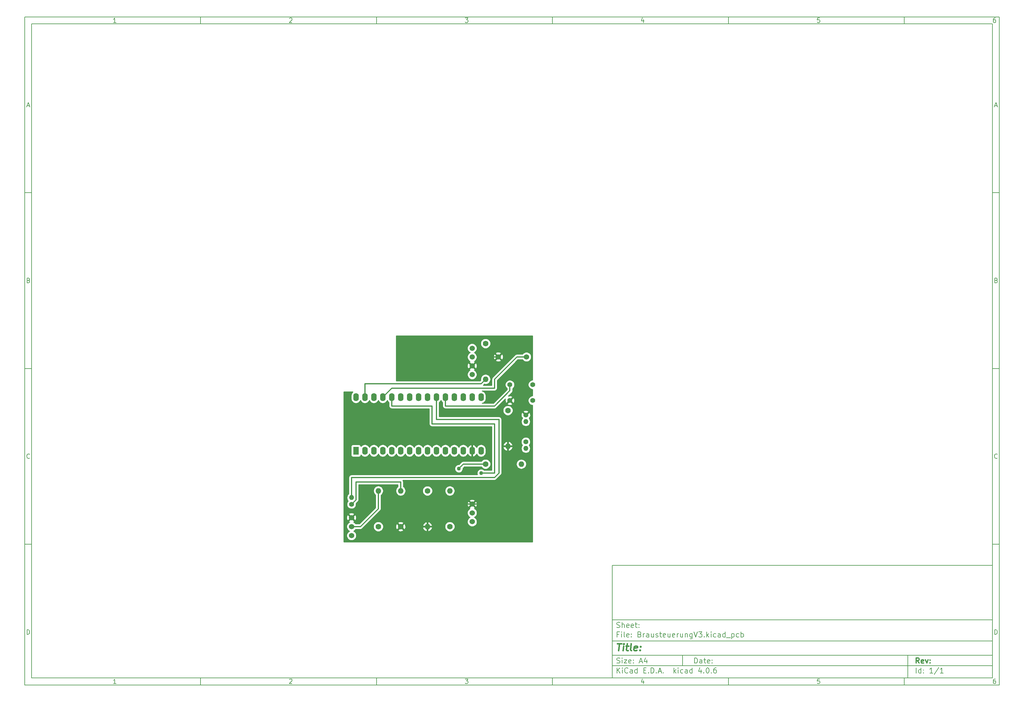
<source format=gbl>
%TF.GenerationSoftware,KiCad,Pcbnew,4.0.6*%
%TF.CreationDate,2018-01-11T12:13:06+01:00*%
%TF.ProjectId,BrausteuerungV3,42726175737465756572756E6756332E,rev?*%
%TF.FileFunction,Copper,L2,Bot,Signal*%
%FSLAX46Y46*%
G04 Gerber Fmt 4.6, Leading zero omitted, Abs format (unit mm)*
G04 Created by KiCad (PCBNEW 4.0.6) date 01/11/18 12:13:06*
%MOMM*%
%LPD*%
G01*
G04 APERTURE LIST*
%ADD10C,0.100000*%
%ADD11C,0.150000*%
%ADD12C,0.300000*%
%ADD13C,0.400000*%
%ADD14C,1.524000*%
%ADD15C,1.600000*%
%ADD16O,1.600000X1.600000*%
%ADD17C,1.400000*%
%ADD18O,1.400000X1.400000*%
%ADD19C,1.500000*%
%ADD20R,1.574800X2.286000*%
%ADD21O,1.574800X2.286000*%
%ADD22C,1.100000*%
%ADD23C,0.254000*%
G04 APERTURE END LIST*
D10*
D11*
X177002200Y-166007200D02*
X177002200Y-198007200D01*
X285002200Y-198007200D01*
X285002200Y-166007200D01*
X177002200Y-166007200D01*
D10*
D11*
X10000000Y-10000000D02*
X10000000Y-200007200D01*
X287002200Y-200007200D01*
X287002200Y-10000000D01*
X10000000Y-10000000D01*
D10*
D11*
X12000000Y-12000000D02*
X12000000Y-198007200D01*
X285002200Y-198007200D01*
X285002200Y-12000000D01*
X12000000Y-12000000D01*
D10*
D11*
X60000000Y-12000000D02*
X60000000Y-10000000D01*
D10*
D11*
X110000000Y-12000000D02*
X110000000Y-10000000D01*
D10*
D11*
X160000000Y-12000000D02*
X160000000Y-10000000D01*
D10*
D11*
X210000000Y-12000000D02*
X210000000Y-10000000D01*
D10*
D11*
X260000000Y-12000000D02*
X260000000Y-10000000D01*
D10*
D11*
X35990476Y-11588095D02*
X35247619Y-11588095D01*
X35619048Y-11588095D02*
X35619048Y-10288095D01*
X35495238Y-10473810D01*
X35371429Y-10597619D01*
X35247619Y-10659524D01*
D10*
D11*
X85247619Y-10411905D02*
X85309524Y-10350000D01*
X85433333Y-10288095D01*
X85742857Y-10288095D01*
X85866667Y-10350000D01*
X85928571Y-10411905D01*
X85990476Y-10535714D01*
X85990476Y-10659524D01*
X85928571Y-10845238D01*
X85185714Y-11588095D01*
X85990476Y-11588095D01*
D10*
D11*
X135185714Y-10288095D02*
X135990476Y-10288095D01*
X135557143Y-10783333D01*
X135742857Y-10783333D01*
X135866667Y-10845238D01*
X135928571Y-10907143D01*
X135990476Y-11030952D01*
X135990476Y-11340476D01*
X135928571Y-11464286D01*
X135866667Y-11526190D01*
X135742857Y-11588095D01*
X135371429Y-11588095D01*
X135247619Y-11526190D01*
X135185714Y-11464286D01*
D10*
D11*
X185866667Y-10721429D02*
X185866667Y-11588095D01*
X185557143Y-10226190D02*
X185247619Y-11154762D01*
X186052381Y-11154762D01*
D10*
D11*
X235928571Y-10288095D02*
X235309524Y-10288095D01*
X235247619Y-10907143D01*
X235309524Y-10845238D01*
X235433333Y-10783333D01*
X235742857Y-10783333D01*
X235866667Y-10845238D01*
X235928571Y-10907143D01*
X235990476Y-11030952D01*
X235990476Y-11340476D01*
X235928571Y-11464286D01*
X235866667Y-11526190D01*
X235742857Y-11588095D01*
X235433333Y-11588095D01*
X235309524Y-11526190D01*
X235247619Y-11464286D01*
D10*
D11*
X285866667Y-10288095D02*
X285619048Y-10288095D01*
X285495238Y-10350000D01*
X285433333Y-10411905D01*
X285309524Y-10597619D01*
X285247619Y-10845238D01*
X285247619Y-11340476D01*
X285309524Y-11464286D01*
X285371429Y-11526190D01*
X285495238Y-11588095D01*
X285742857Y-11588095D01*
X285866667Y-11526190D01*
X285928571Y-11464286D01*
X285990476Y-11340476D01*
X285990476Y-11030952D01*
X285928571Y-10907143D01*
X285866667Y-10845238D01*
X285742857Y-10783333D01*
X285495238Y-10783333D01*
X285371429Y-10845238D01*
X285309524Y-10907143D01*
X285247619Y-11030952D01*
D10*
D11*
X60000000Y-198007200D02*
X60000000Y-200007200D01*
D10*
D11*
X110000000Y-198007200D02*
X110000000Y-200007200D01*
D10*
D11*
X160000000Y-198007200D02*
X160000000Y-200007200D01*
D10*
D11*
X210000000Y-198007200D02*
X210000000Y-200007200D01*
D10*
D11*
X260000000Y-198007200D02*
X260000000Y-200007200D01*
D10*
D11*
X35990476Y-199595295D02*
X35247619Y-199595295D01*
X35619048Y-199595295D02*
X35619048Y-198295295D01*
X35495238Y-198481010D01*
X35371429Y-198604819D01*
X35247619Y-198666724D01*
D10*
D11*
X85247619Y-198419105D02*
X85309524Y-198357200D01*
X85433333Y-198295295D01*
X85742857Y-198295295D01*
X85866667Y-198357200D01*
X85928571Y-198419105D01*
X85990476Y-198542914D01*
X85990476Y-198666724D01*
X85928571Y-198852438D01*
X85185714Y-199595295D01*
X85990476Y-199595295D01*
D10*
D11*
X135185714Y-198295295D02*
X135990476Y-198295295D01*
X135557143Y-198790533D01*
X135742857Y-198790533D01*
X135866667Y-198852438D01*
X135928571Y-198914343D01*
X135990476Y-199038152D01*
X135990476Y-199347676D01*
X135928571Y-199471486D01*
X135866667Y-199533390D01*
X135742857Y-199595295D01*
X135371429Y-199595295D01*
X135247619Y-199533390D01*
X135185714Y-199471486D01*
D10*
D11*
X185866667Y-198728629D02*
X185866667Y-199595295D01*
X185557143Y-198233390D02*
X185247619Y-199161962D01*
X186052381Y-199161962D01*
D10*
D11*
X235928571Y-198295295D02*
X235309524Y-198295295D01*
X235247619Y-198914343D01*
X235309524Y-198852438D01*
X235433333Y-198790533D01*
X235742857Y-198790533D01*
X235866667Y-198852438D01*
X235928571Y-198914343D01*
X235990476Y-199038152D01*
X235990476Y-199347676D01*
X235928571Y-199471486D01*
X235866667Y-199533390D01*
X235742857Y-199595295D01*
X235433333Y-199595295D01*
X235309524Y-199533390D01*
X235247619Y-199471486D01*
D10*
D11*
X285866667Y-198295295D02*
X285619048Y-198295295D01*
X285495238Y-198357200D01*
X285433333Y-198419105D01*
X285309524Y-198604819D01*
X285247619Y-198852438D01*
X285247619Y-199347676D01*
X285309524Y-199471486D01*
X285371429Y-199533390D01*
X285495238Y-199595295D01*
X285742857Y-199595295D01*
X285866667Y-199533390D01*
X285928571Y-199471486D01*
X285990476Y-199347676D01*
X285990476Y-199038152D01*
X285928571Y-198914343D01*
X285866667Y-198852438D01*
X285742857Y-198790533D01*
X285495238Y-198790533D01*
X285371429Y-198852438D01*
X285309524Y-198914343D01*
X285247619Y-199038152D01*
D10*
D11*
X10000000Y-60000000D02*
X12000000Y-60000000D01*
D10*
D11*
X10000000Y-110000000D02*
X12000000Y-110000000D01*
D10*
D11*
X10000000Y-160000000D02*
X12000000Y-160000000D01*
D10*
D11*
X10690476Y-35216667D02*
X11309524Y-35216667D01*
X10566667Y-35588095D02*
X11000000Y-34288095D01*
X11433333Y-35588095D01*
D10*
D11*
X11092857Y-84907143D02*
X11278571Y-84969048D01*
X11340476Y-85030952D01*
X11402381Y-85154762D01*
X11402381Y-85340476D01*
X11340476Y-85464286D01*
X11278571Y-85526190D01*
X11154762Y-85588095D01*
X10659524Y-85588095D01*
X10659524Y-84288095D01*
X11092857Y-84288095D01*
X11216667Y-84350000D01*
X11278571Y-84411905D01*
X11340476Y-84535714D01*
X11340476Y-84659524D01*
X11278571Y-84783333D01*
X11216667Y-84845238D01*
X11092857Y-84907143D01*
X10659524Y-84907143D01*
D10*
D11*
X11402381Y-135464286D02*
X11340476Y-135526190D01*
X11154762Y-135588095D01*
X11030952Y-135588095D01*
X10845238Y-135526190D01*
X10721429Y-135402381D01*
X10659524Y-135278571D01*
X10597619Y-135030952D01*
X10597619Y-134845238D01*
X10659524Y-134597619D01*
X10721429Y-134473810D01*
X10845238Y-134350000D01*
X11030952Y-134288095D01*
X11154762Y-134288095D01*
X11340476Y-134350000D01*
X11402381Y-134411905D01*
D10*
D11*
X10659524Y-185588095D02*
X10659524Y-184288095D01*
X10969048Y-184288095D01*
X11154762Y-184350000D01*
X11278571Y-184473810D01*
X11340476Y-184597619D01*
X11402381Y-184845238D01*
X11402381Y-185030952D01*
X11340476Y-185278571D01*
X11278571Y-185402381D01*
X11154762Y-185526190D01*
X10969048Y-185588095D01*
X10659524Y-185588095D01*
D10*
D11*
X287002200Y-60000000D02*
X285002200Y-60000000D01*
D10*
D11*
X287002200Y-110000000D02*
X285002200Y-110000000D01*
D10*
D11*
X287002200Y-160000000D02*
X285002200Y-160000000D01*
D10*
D11*
X285692676Y-35216667D02*
X286311724Y-35216667D01*
X285568867Y-35588095D02*
X286002200Y-34288095D01*
X286435533Y-35588095D01*
D10*
D11*
X286095057Y-84907143D02*
X286280771Y-84969048D01*
X286342676Y-85030952D01*
X286404581Y-85154762D01*
X286404581Y-85340476D01*
X286342676Y-85464286D01*
X286280771Y-85526190D01*
X286156962Y-85588095D01*
X285661724Y-85588095D01*
X285661724Y-84288095D01*
X286095057Y-84288095D01*
X286218867Y-84350000D01*
X286280771Y-84411905D01*
X286342676Y-84535714D01*
X286342676Y-84659524D01*
X286280771Y-84783333D01*
X286218867Y-84845238D01*
X286095057Y-84907143D01*
X285661724Y-84907143D01*
D10*
D11*
X286404581Y-135464286D02*
X286342676Y-135526190D01*
X286156962Y-135588095D01*
X286033152Y-135588095D01*
X285847438Y-135526190D01*
X285723629Y-135402381D01*
X285661724Y-135278571D01*
X285599819Y-135030952D01*
X285599819Y-134845238D01*
X285661724Y-134597619D01*
X285723629Y-134473810D01*
X285847438Y-134350000D01*
X286033152Y-134288095D01*
X286156962Y-134288095D01*
X286342676Y-134350000D01*
X286404581Y-134411905D01*
D10*
D11*
X285661724Y-185588095D02*
X285661724Y-184288095D01*
X285971248Y-184288095D01*
X286156962Y-184350000D01*
X286280771Y-184473810D01*
X286342676Y-184597619D01*
X286404581Y-184845238D01*
X286404581Y-185030952D01*
X286342676Y-185278571D01*
X286280771Y-185402381D01*
X286156962Y-185526190D01*
X285971248Y-185588095D01*
X285661724Y-185588095D01*
D10*
D11*
X200359343Y-193785771D02*
X200359343Y-192285771D01*
X200716486Y-192285771D01*
X200930771Y-192357200D01*
X201073629Y-192500057D01*
X201145057Y-192642914D01*
X201216486Y-192928629D01*
X201216486Y-193142914D01*
X201145057Y-193428629D01*
X201073629Y-193571486D01*
X200930771Y-193714343D01*
X200716486Y-193785771D01*
X200359343Y-193785771D01*
X202502200Y-193785771D02*
X202502200Y-193000057D01*
X202430771Y-192857200D01*
X202287914Y-192785771D01*
X202002200Y-192785771D01*
X201859343Y-192857200D01*
X202502200Y-193714343D02*
X202359343Y-193785771D01*
X202002200Y-193785771D01*
X201859343Y-193714343D01*
X201787914Y-193571486D01*
X201787914Y-193428629D01*
X201859343Y-193285771D01*
X202002200Y-193214343D01*
X202359343Y-193214343D01*
X202502200Y-193142914D01*
X203002200Y-192785771D02*
X203573629Y-192785771D01*
X203216486Y-192285771D02*
X203216486Y-193571486D01*
X203287914Y-193714343D01*
X203430772Y-193785771D01*
X203573629Y-193785771D01*
X204645057Y-193714343D02*
X204502200Y-193785771D01*
X204216486Y-193785771D01*
X204073629Y-193714343D01*
X204002200Y-193571486D01*
X204002200Y-193000057D01*
X204073629Y-192857200D01*
X204216486Y-192785771D01*
X204502200Y-192785771D01*
X204645057Y-192857200D01*
X204716486Y-193000057D01*
X204716486Y-193142914D01*
X204002200Y-193285771D01*
X205359343Y-193642914D02*
X205430771Y-193714343D01*
X205359343Y-193785771D01*
X205287914Y-193714343D01*
X205359343Y-193642914D01*
X205359343Y-193785771D01*
X205359343Y-192857200D02*
X205430771Y-192928629D01*
X205359343Y-193000057D01*
X205287914Y-192928629D01*
X205359343Y-192857200D01*
X205359343Y-193000057D01*
D10*
D11*
X177002200Y-194507200D02*
X285002200Y-194507200D01*
D10*
D11*
X178359343Y-196585771D02*
X178359343Y-195085771D01*
X179216486Y-196585771D02*
X178573629Y-195728629D01*
X179216486Y-195085771D02*
X178359343Y-195942914D01*
X179859343Y-196585771D02*
X179859343Y-195585771D01*
X179859343Y-195085771D02*
X179787914Y-195157200D01*
X179859343Y-195228629D01*
X179930771Y-195157200D01*
X179859343Y-195085771D01*
X179859343Y-195228629D01*
X181430772Y-196442914D02*
X181359343Y-196514343D01*
X181145057Y-196585771D01*
X181002200Y-196585771D01*
X180787915Y-196514343D01*
X180645057Y-196371486D01*
X180573629Y-196228629D01*
X180502200Y-195942914D01*
X180502200Y-195728629D01*
X180573629Y-195442914D01*
X180645057Y-195300057D01*
X180787915Y-195157200D01*
X181002200Y-195085771D01*
X181145057Y-195085771D01*
X181359343Y-195157200D01*
X181430772Y-195228629D01*
X182716486Y-196585771D02*
X182716486Y-195800057D01*
X182645057Y-195657200D01*
X182502200Y-195585771D01*
X182216486Y-195585771D01*
X182073629Y-195657200D01*
X182716486Y-196514343D02*
X182573629Y-196585771D01*
X182216486Y-196585771D01*
X182073629Y-196514343D01*
X182002200Y-196371486D01*
X182002200Y-196228629D01*
X182073629Y-196085771D01*
X182216486Y-196014343D01*
X182573629Y-196014343D01*
X182716486Y-195942914D01*
X184073629Y-196585771D02*
X184073629Y-195085771D01*
X184073629Y-196514343D02*
X183930772Y-196585771D01*
X183645058Y-196585771D01*
X183502200Y-196514343D01*
X183430772Y-196442914D01*
X183359343Y-196300057D01*
X183359343Y-195871486D01*
X183430772Y-195728629D01*
X183502200Y-195657200D01*
X183645058Y-195585771D01*
X183930772Y-195585771D01*
X184073629Y-195657200D01*
X185930772Y-195800057D02*
X186430772Y-195800057D01*
X186645058Y-196585771D02*
X185930772Y-196585771D01*
X185930772Y-195085771D01*
X186645058Y-195085771D01*
X187287915Y-196442914D02*
X187359343Y-196514343D01*
X187287915Y-196585771D01*
X187216486Y-196514343D01*
X187287915Y-196442914D01*
X187287915Y-196585771D01*
X188002201Y-196585771D02*
X188002201Y-195085771D01*
X188359344Y-195085771D01*
X188573629Y-195157200D01*
X188716487Y-195300057D01*
X188787915Y-195442914D01*
X188859344Y-195728629D01*
X188859344Y-195942914D01*
X188787915Y-196228629D01*
X188716487Y-196371486D01*
X188573629Y-196514343D01*
X188359344Y-196585771D01*
X188002201Y-196585771D01*
X189502201Y-196442914D02*
X189573629Y-196514343D01*
X189502201Y-196585771D01*
X189430772Y-196514343D01*
X189502201Y-196442914D01*
X189502201Y-196585771D01*
X190145058Y-196157200D02*
X190859344Y-196157200D01*
X190002201Y-196585771D02*
X190502201Y-195085771D01*
X191002201Y-196585771D01*
X191502201Y-196442914D02*
X191573629Y-196514343D01*
X191502201Y-196585771D01*
X191430772Y-196514343D01*
X191502201Y-196442914D01*
X191502201Y-196585771D01*
X194502201Y-196585771D02*
X194502201Y-195085771D01*
X194645058Y-196014343D02*
X195073629Y-196585771D01*
X195073629Y-195585771D02*
X194502201Y-196157200D01*
X195716487Y-196585771D02*
X195716487Y-195585771D01*
X195716487Y-195085771D02*
X195645058Y-195157200D01*
X195716487Y-195228629D01*
X195787915Y-195157200D01*
X195716487Y-195085771D01*
X195716487Y-195228629D01*
X197073630Y-196514343D02*
X196930773Y-196585771D01*
X196645059Y-196585771D01*
X196502201Y-196514343D01*
X196430773Y-196442914D01*
X196359344Y-196300057D01*
X196359344Y-195871486D01*
X196430773Y-195728629D01*
X196502201Y-195657200D01*
X196645059Y-195585771D01*
X196930773Y-195585771D01*
X197073630Y-195657200D01*
X198359344Y-196585771D02*
X198359344Y-195800057D01*
X198287915Y-195657200D01*
X198145058Y-195585771D01*
X197859344Y-195585771D01*
X197716487Y-195657200D01*
X198359344Y-196514343D02*
X198216487Y-196585771D01*
X197859344Y-196585771D01*
X197716487Y-196514343D01*
X197645058Y-196371486D01*
X197645058Y-196228629D01*
X197716487Y-196085771D01*
X197859344Y-196014343D01*
X198216487Y-196014343D01*
X198359344Y-195942914D01*
X199716487Y-196585771D02*
X199716487Y-195085771D01*
X199716487Y-196514343D02*
X199573630Y-196585771D01*
X199287916Y-196585771D01*
X199145058Y-196514343D01*
X199073630Y-196442914D01*
X199002201Y-196300057D01*
X199002201Y-195871486D01*
X199073630Y-195728629D01*
X199145058Y-195657200D01*
X199287916Y-195585771D01*
X199573630Y-195585771D01*
X199716487Y-195657200D01*
X202216487Y-195585771D02*
X202216487Y-196585771D01*
X201859344Y-195014343D02*
X201502201Y-196085771D01*
X202430773Y-196085771D01*
X203002201Y-196442914D02*
X203073629Y-196514343D01*
X203002201Y-196585771D01*
X202930772Y-196514343D01*
X203002201Y-196442914D01*
X203002201Y-196585771D01*
X204002201Y-195085771D02*
X204145058Y-195085771D01*
X204287915Y-195157200D01*
X204359344Y-195228629D01*
X204430773Y-195371486D01*
X204502201Y-195657200D01*
X204502201Y-196014343D01*
X204430773Y-196300057D01*
X204359344Y-196442914D01*
X204287915Y-196514343D01*
X204145058Y-196585771D01*
X204002201Y-196585771D01*
X203859344Y-196514343D01*
X203787915Y-196442914D01*
X203716487Y-196300057D01*
X203645058Y-196014343D01*
X203645058Y-195657200D01*
X203716487Y-195371486D01*
X203787915Y-195228629D01*
X203859344Y-195157200D01*
X204002201Y-195085771D01*
X205145058Y-196442914D02*
X205216486Y-196514343D01*
X205145058Y-196585771D01*
X205073629Y-196514343D01*
X205145058Y-196442914D01*
X205145058Y-196585771D01*
X206502201Y-195085771D02*
X206216487Y-195085771D01*
X206073630Y-195157200D01*
X206002201Y-195228629D01*
X205859344Y-195442914D01*
X205787915Y-195728629D01*
X205787915Y-196300057D01*
X205859344Y-196442914D01*
X205930772Y-196514343D01*
X206073630Y-196585771D01*
X206359344Y-196585771D01*
X206502201Y-196514343D01*
X206573630Y-196442914D01*
X206645058Y-196300057D01*
X206645058Y-195942914D01*
X206573630Y-195800057D01*
X206502201Y-195728629D01*
X206359344Y-195657200D01*
X206073630Y-195657200D01*
X205930772Y-195728629D01*
X205859344Y-195800057D01*
X205787915Y-195942914D01*
D10*
D11*
X177002200Y-191507200D02*
X285002200Y-191507200D01*
D10*
D12*
X264216486Y-193785771D02*
X263716486Y-193071486D01*
X263359343Y-193785771D02*
X263359343Y-192285771D01*
X263930771Y-192285771D01*
X264073629Y-192357200D01*
X264145057Y-192428629D01*
X264216486Y-192571486D01*
X264216486Y-192785771D01*
X264145057Y-192928629D01*
X264073629Y-193000057D01*
X263930771Y-193071486D01*
X263359343Y-193071486D01*
X265430771Y-193714343D02*
X265287914Y-193785771D01*
X265002200Y-193785771D01*
X264859343Y-193714343D01*
X264787914Y-193571486D01*
X264787914Y-193000057D01*
X264859343Y-192857200D01*
X265002200Y-192785771D01*
X265287914Y-192785771D01*
X265430771Y-192857200D01*
X265502200Y-193000057D01*
X265502200Y-193142914D01*
X264787914Y-193285771D01*
X266002200Y-192785771D02*
X266359343Y-193785771D01*
X266716485Y-192785771D01*
X267287914Y-193642914D02*
X267359342Y-193714343D01*
X267287914Y-193785771D01*
X267216485Y-193714343D01*
X267287914Y-193642914D01*
X267287914Y-193785771D01*
X267287914Y-192857200D02*
X267359342Y-192928629D01*
X267287914Y-193000057D01*
X267216485Y-192928629D01*
X267287914Y-192857200D01*
X267287914Y-193000057D01*
D10*
D11*
X178287914Y-193714343D02*
X178502200Y-193785771D01*
X178859343Y-193785771D01*
X179002200Y-193714343D01*
X179073629Y-193642914D01*
X179145057Y-193500057D01*
X179145057Y-193357200D01*
X179073629Y-193214343D01*
X179002200Y-193142914D01*
X178859343Y-193071486D01*
X178573629Y-193000057D01*
X178430771Y-192928629D01*
X178359343Y-192857200D01*
X178287914Y-192714343D01*
X178287914Y-192571486D01*
X178359343Y-192428629D01*
X178430771Y-192357200D01*
X178573629Y-192285771D01*
X178930771Y-192285771D01*
X179145057Y-192357200D01*
X179787914Y-193785771D02*
X179787914Y-192785771D01*
X179787914Y-192285771D02*
X179716485Y-192357200D01*
X179787914Y-192428629D01*
X179859342Y-192357200D01*
X179787914Y-192285771D01*
X179787914Y-192428629D01*
X180359343Y-192785771D02*
X181145057Y-192785771D01*
X180359343Y-193785771D01*
X181145057Y-193785771D01*
X182287914Y-193714343D02*
X182145057Y-193785771D01*
X181859343Y-193785771D01*
X181716486Y-193714343D01*
X181645057Y-193571486D01*
X181645057Y-193000057D01*
X181716486Y-192857200D01*
X181859343Y-192785771D01*
X182145057Y-192785771D01*
X182287914Y-192857200D01*
X182359343Y-193000057D01*
X182359343Y-193142914D01*
X181645057Y-193285771D01*
X183002200Y-193642914D02*
X183073628Y-193714343D01*
X183002200Y-193785771D01*
X182930771Y-193714343D01*
X183002200Y-193642914D01*
X183002200Y-193785771D01*
X183002200Y-192857200D02*
X183073628Y-192928629D01*
X183002200Y-193000057D01*
X182930771Y-192928629D01*
X183002200Y-192857200D01*
X183002200Y-193000057D01*
X184787914Y-193357200D02*
X185502200Y-193357200D01*
X184645057Y-193785771D02*
X185145057Y-192285771D01*
X185645057Y-193785771D01*
X186787914Y-192785771D02*
X186787914Y-193785771D01*
X186430771Y-192214343D02*
X186073628Y-193285771D01*
X187002200Y-193285771D01*
D10*
D11*
X263359343Y-196585771D02*
X263359343Y-195085771D01*
X264716486Y-196585771D02*
X264716486Y-195085771D01*
X264716486Y-196514343D02*
X264573629Y-196585771D01*
X264287915Y-196585771D01*
X264145057Y-196514343D01*
X264073629Y-196442914D01*
X264002200Y-196300057D01*
X264002200Y-195871486D01*
X264073629Y-195728629D01*
X264145057Y-195657200D01*
X264287915Y-195585771D01*
X264573629Y-195585771D01*
X264716486Y-195657200D01*
X265430772Y-196442914D02*
X265502200Y-196514343D01*
X265430772Y-196585771D01*
X265359343Y-196514343D01*
X265430772Y-196442914D01*
X265430772Y-196585771D01*
X265430772Y-195657200D02*
X265502200Y-195728629D01*
X265430772Y-195800057D01*
X265359343Y-195728629D01*
X265430772Y-195657200D01*
X265430772Y-195800057D01*
X268073629Y-196585771D02*
X267216486Y-196585771D01*
X267645058Y-196585771D02*
X267645058Y-195085771D01*
X267502201Y-195300057D01*
X267359343Y-195442914D01*
X267216486Y-195514343D01*
X269787914Y-195014343D02*
X268502200Y-196942914D01*
X271073629Y-196585771D02*
X270216486Y-196585771D01*
X270645058Y-196585771D02*
X270645058Y-195085771D01*
X270502201Y-195300057D01*
X270359343Y-195442914D01*
X270216486Y-195514343D01*
D10*
D11*
X177002200Y-187507200D02*
X285002200Y-187507200D01*
D10*
D13*
X178454581Y-188211962D02*
X179597438Y-188211962D01*
X178776010Y-190211962D02*
X179026010Y-188211962D01*
X180014105Y-190211962D02*
X180180771Y-188878629D01*
X180264105Y-188211962D02*
X180156962Y-188307200D01*
X180240295Y-188402438D01*
X180347439Y-188307200D01*
X180264105Y-188211962D01*
X180240295Y-188402438D01*
X180847438Y-188878629D02*
X181609343Y-188878629D01*
X181216486Y-188211962D02*
X181002200Y-189926248D01*
X181073630Y-190116724D01*
X181252201Y-190211962D01*
X181442677Y-190211962D01*
X182395058Y-190211962D02*
X182216487Y-190116724D01*
X182145057Y-189926248D01*
X182359343Y-188211962D01*
X183930772Y-190116724D02*
X183728391Y-190211962D01*
X183347439Y-190211962D01*
X183168867Y-190116724D01*
X183097438Y-189926248D01*
X183192676Y-189164343D01*
X183311724Y-188973867D01*
X183514105Y-188878629D01*
X183895057Y-188878629D01*
X184073629Y-188973867D01*
X184145057Y-189164343D01*
X184121248Y-189354819D01*
X183145057Y-189545295D01*
X184895057Y-190021486D02*
X184978392Y-190116724D01*
X184871248Y-190211962D01*
X184787915Y-190116724D01*
X184895057Y-190021486D01*
X184871248Y-190211962D01*
X185026010Y-188973867D02*
X185109344Y-189069105D01*
X185002200Y-189164343D01*
X184918867Y-189069105D01*
X185026010Y-188973867D01*
X185002200Y-189164343D01*
D10*
D11*
X178859343Y-185600057D02*
X178359343Y-185600057D01*
X178359343Y-186385771D02*
X178359343Y-184885771D01*
X179073629Y-184885771D01*
X179645057Y-186385771D02*
X179645057Y-185385771D01*
X179645057Y-184885771D02*
X179573628Y-184957200D01*
X179645057Y-185028629D01*
X179716485Y-184957200D01*
X179645057Y-184885771D01*
X179645057Y-185028629D01*
X180573629Y-186385771D02*
X180430771Y-186314343D01*
X180359343Y-186171486D01*
X180359343Y-184885771D01*
X181716485Y-186314343D02*
X181573628Y-186385771D01*
X181287914Y-186385771D01*
X181145057Y-186314343D01*
X181073628Y-186171486D01*
X181073628Y-185600057D01*
X181145057Y-185457200D01*
X181287914Y-185385771D01*
X181573628Y-185385771D01*
X181716485Y-185457200D01*
X181787914Y-185600057D01*
X181787914Y-185742914D01*
X181073628Y-185885771D01*
X182430771Y-186242914D02*
X182502199Y-186314343D01*
X182430771Y-186385771D01*
X182359342Y-186314343D01*
X182430771Y-186242914D01*
X182430771Y-186385771D01*
X182430771Y-185457200D02*
X182502199Y-185528629D01*
X182430771Y-185600057D01*
X182359342Y-185528629D01*
X182430771Y-185457200D01*
X182430771Y-185600057D01*
X184787914Y-185600057D02*
X185002200Y-185671486D01*
X185073628Y-185742914D01*
X185145057Y-185885771D01*
X185145057Y-186100057D01*
X185073628Y-186242914D01*
X185002200Y-186314343D01*
X184859342Y-186385771D01*
X184287914Y-186385771D01*
X184287914Y-184885771D01*
X184787914Y-184885771D01*
X184930771Y-184957200D01*
X185002200Y-185028629D01*
X185073628Y-185171486D01*
X185073628Y-185314343D01*
X185002200Y-185457200D01*
X184930771Y-185528629D01*
X184787914Y-185600057D01*
X184287914Y-185600057D01*
X185787914Y-186385771D02*
X185787914Y-185385771D01*
X185787914Y-185671486D02*
X185859342Y-185528629D01*
X185930771Y-185457200D01*
X186073628Y-185385771D01*
X186216485Y-185385771D01*
X187359342Y-186385771D02*
X187359342Y-185600057D01*
X187287913Y-185457200D01*
X187145056Y-185385771D01*
X186859342Y-185385771D01*
X186716485Y-185457200D01*
X187359342Y-186314343D02*
X187216485Y-186385771D01*
X186859342Y-186385771D01*
X186716485Y-186314343D01*
X186645056Y-186171486D01*
X186645056Y-186028629D01*
X186716485Y-185885771D01*
X186859342Y-185814343D01*
X187216485Y-185814343D01*
X187359342Y-185742914D01*
X188716485Y-185385771D02*
X188716485Y-186385771D01*
X188073628Y-185385771D02*
X188073628Y-186171486D01*
X188145056Y-186314343D01*
X188287914Y-186385771D01*
X188502199Y-186385771D01*
X188645056Y-186314343D01*
X188716485Y-186242914D01*
X189359342Y-186314343D02*
X189502199Y-186385771D01*
X189787914Y-186385771D01*
X189930771Y-186314343D01*
X190002199Y-186171486D01*
X190002199Y-186100057D01*
X189930771Y-185957200D01*
X189787914Y-185885771D01*
X189573628Y-185885771D01*
X189430771Y-185814343D01*
X189359342Y-185671486D01*
X189359342Y-185600057D01*
X189430771Y-185457200D01*
X189573628Y-185385771D01*
X189787914Y-185385771D01*
X189930771Y-185457200D01*
X190430771Y-185385771D02*
X191002200Y-185385771D01*
X190645057Y-184885771D02*
X190645057Y-186171486D01*
X190716485Y-186314343D01*
X190859343Y-186385771D01*
X191002200Y-186385771D01*
X192073628Y-186314343D02*
X191930771Y-186385771D01*
X191645057Y-186385771D01*
X191502200Y-186314343D01*
X191430771Y-186171486D01*
X191430771Y-185600057D01*
X191502200Y-185457200D01*
X191645057Y-185385771D01*
X191930771Y-185385771D01*
X192073628Y-185457200D01*
X192145057Y-185600057D01*
X192145057Y-185742914D01*
X191430771Y-185885771D01*
X193430771Y-185385771D02*
X193430771Y-186385771D01*
X192787914Y-185385771D02*
X192787914Y-186171486D01*
X192859342Y-186314343D01*
X193002200Y-186385771D01*
X193216485Y-186385771D01*
X193359342Y-186314343D01*
X193430771Y-186242914D01*
X194716485Y-186314343D02*
X194573628Y-186385771D01*
X194287914Y-186385771D01*
X194145057Y-186314343D01*
X194073628Y-186171486D01*
X194073628Y-185600057D01*
X194145057Y-185457200D01*
X194287914Y-185385771D01*
X194573628Y-185385771D01*
X194716485Y-185457200D01*
X194787914Y-185600057D01*
X194787914Y-185742914D01*
X194073628Y-185885771D01*
X195430771Y-186385771D02*
X195430771Y-185385771D01*
X195430771Y-185671486D02*
X195502199Y-185528629D01*
X195573628Y-185457200D01*
X195716485Y-185385771D01*
X195859342Y-185385771D01*
X197002199Y-185385771D02*
X197002199Y-186385771D01*
X196359342Y-185385771D02*
X196359342Y-186171486D01*
X196430770Y-186314343D01*
X196573628Y-186385771D01*
X196787913Y-186385771D01*
X196930770Y-186314343D01*
X197002199Y-186242914D01*
X197716485Y-185385771D02*
X197716485Y-186385771D01*
X197716485Y-185528629D02*
X197787913Y-185457200D01*
X197930771Y-185385771D01*
X198145056Y-185385771D01*
X198287913Y-185457200D01*
X198359342Y-185600057D01*
X198359342Y-186385771D01*
X199716485Y-185385771D02*
X199716485Y-186600057D01*
X199645056Y-186742914D01*
X199573628Y-186814343D01*
X199430771Y-186885771D01*
X199216485Y-186885771D01*
X199073628Y-186814343D01*
X199716485Y-186314343D02*
X199573628Y-186385771D01*
X199287914Y-186385771D01*
X199145056Y-186314343D01*
X199073628Y-186242914D01*
X199002199Y-186100057D01*
X199002199Y-185671486D01*
X199073628Y-185528629D01*
X199145056Y-185457200D01*
X199287914Y-185385771D01*
X199573628Y-185385771D01*
X199716485Y-185457200D01*
X200216485Y-184885771D02*
X200716485Y-186385771D01*
X201216485Y-184885771D01*
X201573628Y-184885771D02*
X202502199Y-184885771D01*
X202002199Y-185457200D01*
X202216485Y-185457200D01*
X202359342Y-185528629D01*
X202430771Y-185600057D01*
X202502199Y-185742914D01*
X202502199Y-186100057D01*
X202430771Y-186242914D01*
X202359342Y-186314343D01*
X202216485Y-186385771D01*
X201787913Y-186385771D01*
X201645056Y-186314343D01*
X201573628Y-186242914D01*
X203145056Y-186242914D02*
X203216484Y-186314343D01*
X203145056Y-186385771D01*
X203073627Y-186314343D01*
X203145056Y-186242914D01*
X203145056Y-186385771D01*
X203859342Y-186385771D02*
X203859342Y-184885771D01*
X204002199Y-185814343D02*
X204430770Y-186385771D01*
X204430770Y-185385771D02*
X203859342Y-185957200D01*
X205073628Y-186385771D02*
X205073628Y-185385771D01*
X205073628Y-184885771D02*
X205002199Y-184957200D01*
X205073628Y-185028629D01*
X205145056Y-184957200D01*
X205073628Y-184885771D01*
X205073628Y-185028629D01*
X206430771Y-186314343D02*
X206287914Y-186385771D01*
X206002200Y-186385771D01*
X205859342Y-186314343D01*
X205787914Y-186242914D01*
X205716485Y-186100057D01*
X205716485Y-185671486D01*
X205787914Y-185528629D01*
X205859342Y-185457200D01*
X206002200Y-185385771D01*
X206287914Y-185385771D01*
X206430771Y-185457200D01*
X207716485Y-186385771D02*
X207716485Y-185600057D01*
X207645056Y-185457200D01*
X207502199Y-185385771D01*
X207216485Y-185385771D01*
X207073628Y-185457200D01*
X207716485Y-186314343D02*
X207573628Y-186385771D01*
X207216485Y-186385771D01*
X207073628Y-186314343D01*
X207002199Y-186171486D01*
X207002199Y-186028629D01*
X207073628Y-185885771D01*
X207216485Y-185814343D01*
X207573628Y-185814343D01*
X207716485Y-185742914D01*
X209073628Y-186385771D02*
X209073628Y-184885771D01*
X209073628Y-186314343D02*
X208930771Y-186385771D01*
X208645057Y-186385771D01*
X208502199Y-186314343D01*
X208430771Y-186242914D01*
X208359342Y-186100057D01*
X208359342Y-185671486D01*
X208430771Y-185528629D01*
X208502199Y-185457200D01*
X208645057Y-185385771D01*
X208930771Y-185385771D01*
X209073628Y-185457200D01*
X209430771Y-186528629D02*
X210573628Y-186528629D01*
X210930771Y-185385771D02*
X210930771Y-186885771D01*
X210930771Y-185457200D02*
X211073628Y-185385771D01*
X211359342Y-185385771D01*
X211502199Y-185457200D01*
X211573628Y-185528629D01*
X211645057Y-185671486D01*
X211645057Y-186100057D01*
X211573628Y-186242914D01*
X211502199Y-186314343D01*
X211359342Y-186385771D01*
X211073628Y-186385771D01*
X210930771Y-186314343D01*
X212930771Y-186314343D02*
X212787914Y-186385771D01*
X212502200Y-186385771D01*
X212359342Y-186314343D01*
X212287914Y-186242914D01*
X212216485Y-186100057D01*
X212216485Y-185671486D01*
X212287914Y-185528629D01*
X212359342Y-185457200D01*
X212502200Y-185385771D01*
X212787914Y-185385771D01*
X212930771Y-185457200D01*
X213573628Y-186385771D02*
X213573628Y-184885771D01*
X213573628Y-185457200D02*
X213716485Y-185385771D01*
X214002199Y-185385771D01*
X214145056Y-185457200D01*
X214216485Y-185528629D01*
X214287914Y-185671486D01*
X214287914Y-186100057D01*
X214216485Y-186242914D01*
X214145056Y-186314343D01*
X214002199Y-186385771D01*
X213716485Y-186385771D01*
X213573628Y-186314343D01*
D10*
D11*
X177002200Y-181507200D02*
X285002200Y-181507200D01*
D10*
D11*
X178287914Y-183614343D02*
X178502200Y-183685771D01*
X178859343Y-183685771D01*
X179002200Y-183614343D01*
X179073629Y-183542914D01*
X179145057Y-183400057D01*
X179145057Y-183257200D01*
X179073629Y-183114343D01*
X179002200Y-183042914D01*
X178859343Y-182971486D01*
X178573629Y-182900057D01*
X178430771Y-182828629D01*
X178359343Y-182757200D01*
X178287914Y-182614343D01*
X178287914Y-182471486D01*
X178359343Y-182328629D01*
X178430771Y-182257200D01*
X178573629Y-182185771D01*
X178930771Y-182185771D01*
X179145057Y-182257200D01*
X179787914Y-183685771D02*
X179787914Y-182185771D01*
X180430771Y-183685771D02*
X180430771Y-182900057D01*
X180359342Y-182757200D01*
X180216485Y-182685771D01*
X180002200Y-182685771D01*
X179859342Y-182757200D01*
X179787914Y-182828629D01*
X181716485Y-183614343D02*
X181573628Y-183685771D01*
X181287914Y-183685771D01*
X181145057Y-183614343D01*
X181073628Y-183471486D01*
X181073628Y-182900057D01*
X181145057Y-182757200D01*
X181287914Y-182685771D01*
X181573628Y-182685771D01*
X181716485Y-182757200D01*
X181787914Y-182900057D01*
X181787914Y-183042914D01*
X181073628Y-183185771D01*
X183002199Y-183614343D02*
X182859342Y-183685771D01*
X182573628Y-183685771D01*
X182430771Y-183614343D01*
X182359342Y-183471486D01*
X182359342Y-182900057D01*
X182430771Y-182757200D01*
X182573628Y-182685771D01*
X182859342Y-182685771D01*
X183002199Y-182757200D01*
X183073628Y-182900057D01*
X183073628Y-183042914D01*
X182359342Y-183185771D01*
X183502199Y-182685771D02*
X184073628Y-182685771D01*
X183716485Y-182185771D02*
X183716485Y-183471486D01*
X183787913Y-183614343D01*
X183930771Y-183685771D01*
X184073628Y-183685771D01*
X184573628Y-183542914D02*
X184645056Y-183614343D01*
X184573628Y-183685771D01*
X184502199Y-183614343D01*
X184573628Y-183542914D01*
X184573628Y-183685771D01*
X184573628Y-182757200D02*
X184645056Y-182828629D01*
X184573628Y-182900057D01*
X184502199Y-182828629D01*
X184573628Y-182757200D01*
X184573628Y-182900057D01*
D10*
D11*
X197002200Y-191507200D02*
X197002200Y-194507200D01*
D10*
D11*
X261002200Y-191507200D02*
X261002200Y-198007200D01*
D14*
X137160000Y-148550000D03*
X137160000Y-151050000D03*
X137160000Y-153550000D03*
D15*
X140970000Y-137160000D03*
D16*
X151130000Y-137160000D03*
D17*
X102870000Y-148590000D03*
D18*
X102870000Y-146690000D03*
D14*
X102870000Y-157480000D03*
X102870000Y-154940000D03*
X102870000Y-152400000D03*
D17*
X154380000Y-119090000D03*
X147880000Y-119090000D03*
X147880000Y-114590000D03*
X154380000Y-114590000D03*
D14*
X152590000Y-106680000D03*
X144590000Y-106680000D03*
D19*
X137160000Y-111720000D03*
X137160000Y-109220000D03*
X137160000Y-106720000D03*
X137160000Y-104220000D03*
D17*
X152400000Y-123190000D03*
D18*
X152400000Y-125090000D03*
D17*
X152400000Y-130810000D03*
D18*
X152400000Y-132710000D03*
D15*
X116840000Y-154940000D03*
D16*
X116840000Y-144780000D03*
D15*
X124460000Y-144780000D03*
D16*
X124460000Y-154940000D03*
D15*
X130810000Y-154940000D03*
D16*
X130810000Y-144780000D03*
D15*
X110490000Y-154940000D03*
D16*
X110490000Y-144780000D03*
D15*
X140970000Y-102870000D03*
D16*
X140970000Y-113030000D03*
D15*
X147320000Y-121920000D03*
D16*
X147320000Y-132080000D03*
D20*
X104140000Y-133350000D03*
D21*
X106680000Y-133350000D03*
X109220000Y-133350000D03*
X111760000Y-133350000D03*
X114300000Y-133350000D03*
X116840000Y-133350000D03*
X119380000Y-133350000D03*
X121920000Y-133350000D03*
X124460000Y-133350000D03*
X127000000Y-133350000D03*
X129540000Y-133350000D03*
X132080000Y-133350000D03*
X134620000Y-133350000D03*
X137160000Y-133350000D03*
X139700000Y-133350000D03*
X139700000Y-118110000D03*
X137160000Y-118110000D03*
X134620000Y-118110000D03*
X132080000Y-118110000D03*
X129540000Y-118110000D03*
X127000000Y-118110000D03*
X124460000Y-118110000D03*
X121920000Y-118110000D03*
X119380000Y-118110000D03*
X116840000Y-118110000D03*
X114300000Y-118110000D03*
X111760000Y-118110000D03*
X109220000Y-118110000D03*
X106680000Y-118110000D03*
X104140000Y-118110000D03*
D22*
X147320000Y-132080000D03*
X137160000Y-109220000D03*
X140970000Y-102870000D03*
X140970000Y-113030000D03*
X102870000Y-148590000D03*
X127000000Y-118110000D03*
X133350000Y-138430000D03*
X137160000Y-151050000D03*
X104140000Y-118110000D03*
X129540000Y-118110000D03*
X152590000Y-106680000D03*
X139700000Y-139700000D03*
D12*
X137160000Y-148550000D02*
X142280000Y-148550000D01*
X147320000Y-143510000D02*
X142240000Y-148590000D01*
X147320000Y-143510000D02*
X147320000Y-132080000D01*
X142280000Y-148550000D02*
X142240000Y-148590000D01*
X124460000Y-154940000D02*
X124460000Y-149860000D01*
X125770000Y-148550000D02*
X137160000Y-148550000D01*
X124460000Y-149860000D02*
X125770000Y-148550000D01*
X137160000Y-109220000D02*
X139700000Y-106680000D01*
X139700000Y-106680000D02*
X144590000Y-106680000D01*
X140970000Y-113030000D02*
X139700000Y-114300000D01*
X106680000Y-114300000D02*
X106680000Y-118110000D01*
X139700000Y-114300000D02*
X106680000Y-114300000D01*
X102870000Y-148590000D02*
X104140000Y-147320000D01*
X116840000Y-142240000D02*
X116840000Y-144780000D01*
X104140000Y-142240000D02*
X116840000Y-142240000D01*
X104140000Y-147320000D02*
X104140000Y-142240000D01*
X127000000Y-118110000D02*
X127000000Y-124460000D01*
X102870000Y-140970000D02*
X102870000Y-146690000D01*
X143510000Y-140970000D02*
X102870000Y-140970000D01*
X144780000Y-139700000D02*
X143510000Y-140970000D01*
X144780000Y-124460000D02*
X144780000Y-139700000D01*
X127000000Y-124460000D02*
X144780000Y-124460000D01*
X134620000Y-137160000D02*
X140970000Y-137160000D01*
X133350000Y-138430000D02*
X134620000Y-137160000D01*
X102870000Y-154940000D02*
X105410000Y-154940000D01*
X110490000Y-149860000D02*
X110490000Y-144780000D01*
X105410000Y-154940000D02*
X110490000Y-149860000D01*
X129540000Y-118110000D02*
X129540000Y-120650000D01*
X147880000Y-116280000D02*
X147880000Y-114590000D01*
X143510000Y-120650000D02*
X147880000Y-116280000D01*
X129540000Y-120650000D02*
X143510000Y-120650000D01*
X152590000Y-106680000D02*
X149860000Y-106680000D01*
X114300000Y-115570000D02*
X111760000Y-118110000D01*
X143510000Y-115570000D02*
X114300000Y-115570000D01*
X143510000Y-113030000D02*
X143510000Y-115570000D01*
X149860000Y-106680000D02*
X143510000Y-113030000D01*
X114300000Y-118110000D02*
X114300000Y-120650000D01*
X143510000Y-139700000D02*
X139700000Y-139700000D01*
X143510000Y-125730000D02*
X143510000Y-139700000D01*
X125730000Y-125730000D02*
X143510000Y-125730000D01*
X125730000Y-120650000D02*
X125730000Y-125730000D01*
X114300000Y-120650000D02*
X125730000Y-120650000D01*
D23*
G36*
X154290000Y-113254921D02*
X154115617Y-113254769D01*
X153624771Y-113457582D01*
X153248902Y-113832796D01*
X153045232Y-114323287D01*
X153044769Y-114854383D01*
X153247582Y-115345229D01*
X153622796Y-115721098D01*
X154113287Y-115924768D01*
X154290000Y-115924922D01*
X154290000Y-117754921D01*
X154115617Y-117754769D01*
X153624771Y-117957582D01*
X153248902Y-118332796D01*
X153045232Y-118823287D01*
X153044769Y-119354383D01*
X153247582Y-119845229D01*
X153622796Y-120221098D01*
X154113287Y-120424768D01*
X154290000Y-120424922D01*
X154290000Y-159290000D01*
X100710000Y-159290000D01*
X100710000Y-155216661D01*
X101472758Y-155216661D01*
X101684990Y-155730303D01*
X102077630Y-156123629D01*
X102285512Y-156209949D01*
X102079697Y-156294990D01*
X101686371Y-156687630D01*
X101473243Y-157200900D01*
X101472758Y-157756661D01*
X101684990Y-158270303D01*
X102077630Y-158663629D01*
X102590900Y-158876757D01*
X103146661Y-158877242D01*
X103660303Y-158665010D01*
X104053629Y-158272370D01*
X104266757Y-157759100D01*
X104267242Y-157203339D01*
X104055010Y-156689697D01*
X103662370Y-156296371D01*
X103454488Y-156210051D01*
X103660303Y-156125010D01*
X104053629Y-155732370D01*
X104056689Y-155725000D01*
X105410000Y-155725000D01*
X105710407Y-155665245D01*
X105965079Y-155495079D01*
X106235971Y-155224187D01*
X109054752Y-155224187D01*
X109272757Y-155751800D01*
X109676077Y-156155824D01*
X110203309Y-156374750D01*
X110774187Y-156375248D01*
X111301800Y-156157243D01*
X111514225Y-155945188D01*
X116008760Y-155945188D01*
X116082557Y-156191791D01*
X116619253Y-156386365D01*
X117189557Y-156360743D01*
X117597443Y-156191791D01*
X117671240Y-155945188D01*
X116840000Y-155113948D01*
X116008760Y-155945188D01*
X111514225Y-155945188D01*
X111705824Y-155753923D01*
X111924750Y-155226691D01*
X111925192Y-154719253D01*
X115393635Y-154719253D01*
X115419257Y-155289557D01*
X115588209Y-155697443D01*
X115834812Y-155771240D01*
X116666052Y-154940000D01*
X117013948Y-154940000D01*
X117845188Y-155771240D01*
X118091791Y-155697443D01*
X118241265Y-155285145D01*
X123067115Y-155285145D01*
X123305223Y-155791906D01*
X123719135Y-156168973D01*
X124114857Y-156332875D01*
X124337000Y-156210309D01*
X124337000Y-155063000D01*
X124583000Y-155063000D01*
X124583000Y-156210309D01*
X124805143Y-156332875D01*
X125200865Y-156168973D01*
X125614777Y-155791906D01*
X125852885Y-155285145D01*
X125819434Y-155224187D01*
X129374752Y-155224187D01*
X129592757Y-155751800D01*
X129996077Y-156155824D01*
X130523309Y-156374750D01*
X131094187Y-156375248D01*
X131621800Y-156157243D01*
X132025824Y-155753923D01*
X132244750Y-155226691D01*
X132245248Y-154655813D01*
X132027243Y-154128200D01*
X131623923Y-153724176D01*
X131096691Y-153505250D01*
X130525813Y-153504752D01*
X129998200Y-153722757D01*
X129594176Y-154126077D01*
X129375250Y-154653309D01*
X129374752Y-155224187D01*
X125819434Y-155224187D01*
X125730979Y-155063000D01*
X124583000Y-155063000D01*
X124337000Y-155063000D01*
X123189021Y-155063000D01*
X123067115Y-155285145D01*
X118241265Y-155285145D01*
X118286365Y-155160747D01*
X118260942Y-154594855D01*
X123067115Y-154594855D01*
X123189021Y-154817000D01*
X124337000Y-154817000D01*
X124337000Y-153669691D01*
X124583000Y-153669691D01*
X124583000Y-154817000D01*
X125730979Y-154817000D01*
X125852885Y-154594855D01*
X125614777Y-154088094D01*
X125200865Y-153711027D01*
X124805143Y-153547125D01*
X124583000Y-153669691D01*
X124337000Y-153669691D01*
X124114857Y-153547125D01*
X123719135Y-153711027D01*
X123305223Y-154088094D01*
X123067115Y-154594855D01*
X118260942Y-154594855D01*
X118260743Y-154590443D01*
X118091791Y-154182557D01*
X117845188Y-154108760D01*
X117013948Y-154940000D01*
X116666052Y-154940000D01*
X115834812Y-154108760D01*
X115588209Y-154182557D01*
X115393635Y-154719253D01*
X111925192Y-154719253D01*
X111925248Y-154655813D01*
X111707243Y-154128200D01*
X111514192Y-153934812D01*
X116008760Y-153934812D01*
X116840000Y-154766052D01*
X117671240Y-153934812D01*
X117597443Y-153688209D01*
X117060747Y-153493635D01*
X116490443Y-153519257D01*
X116082557Y-153688209D01*
X116008760Y-153934812D01*
X111514192Y-153934812D01*
X111303923Y-153724176D01*
X110776691Y-153505250D01*
X110205813Y-153504752D01*
X109678200Y-153722757D01*
X109274176Y-154126077D01*
X109055250Y-154653309D01*
X109054752Y-155224187D01*
X106235971Y-155224187D01*
X110133497Y-151326661D01*
X135762758Y-151326661D01*
X135974990Y-151840303D01*
X136367630Y-152233629D01*
X136527228Y-152299900D01*
X136369697Y-152364990D01*
X135976371Y-152757630D01*
X135763243Y-153270900D01*
X135762758Y-153826661D01*
X135974990Y-154340303D01*
X136367630Y-154733629D01*
X136880900Y-154946757D01*
X137436661Y-154947242D01*
X137950303Y-154735010D01*
X138343629Y-154342370D01*
X138556757Y-153829100D01*
X138557242Y-153273339D01*
X138345010Y-152759697D01*
X137952370Y-152366371D01*
X137792772Y-152300100D01*
X137950303Y-152235010D01*
X138343629Y-151842370D01*
X138556757Y-151329100D01*
X138557242Y-150773339D01*
X138345010Y-150259697D01*
X137952370Y-149866371D01*
X137807727Y-149806310D01*
X137894586Y-149770332D01*
X137963717Y-149527666D01*
X137160000Y-148723948D01*
X136356283Y-149527666D01*
X136425414Y-149770332D01*
X136518071Y-149803683D01*
X136369697Y-149864990D01*
X135976371Y-150257630D01*
X135763243Y-150770900D01*
X135762758Y-151326661D01*
X110133497Y-151326661D01*
X111045079Y-150415079D01*
X111215245Y-150160406D01*
X111275000Y-149860000D01*
X111275000Y-148338332D01*
X135751446Y-148338332D01*
X135777664Y-148893474D01*
X135939668Y-149284586D01*
X136182334Y-149353717D01*
X136986052Y-148550000D01*
X137333948Y-148550000D01*
X138137666Y-149353717D01*
X138380332Y-149284586D01*
X138568554Y-148761668D01*
X138542336Y-148206526D01*
X138380332Y-147815414D01*
X138137666Y-147746283D01*
X137333948Y-148550000D01*
X136986052Y-148550000D01*
X136182334Y-147746283D01*
X135939668Y-147815414D01*
X135751446Y-148338332D01*
X111275000Y-148338332D01*
X111275000Y-147572334D01*
X136356283Y-147572334D01*
X137160000Y-148376052D01*
X137963717Y-147572334D01*
X137894586Y-147329668D01*
X137371668Y-147141446D01*
X136816526Y-147167664D01*
X136425414Y-147329668D01*
X136356283Y-147572334D01*
X111275000Y-147572334D01*
X111275000Y-145976291D01*
X111504698Y-145822811D01*
X111815767Y-145357264D01*
X111925000Y-144808113D01*
X111925000Y-144751887D01*
X111815767Y-144202736D01*
X111504698Y-143737189D01*
X111039151Y-143426120D01*
X110490000Y-143316887D01*
X109940849Y-143426120D01*
X109475302Y-143737189D01*
X109164233Y-144202736D01*
X109055000Y-144751887D01*
X109055000Y-144808113D01*
X109164233Y-145357264D01*
X109475302Y-145822811D01*
X109705000Y-145976291D01*
X109705000Y-149534842D01*
X105084842Y-154155000D01*
X104057201Y-154155000D01*
X104055010Y-154149697D01*
X103662370Y-153756371D01*
X103469502Y-153676285D01*
X103604586Y-153620332D01*
X103673717Y-153377666D01*
X102870000Y-152573948D01*
X102066283Y-153377666D01*
X102135414Y-153620332D01*
X102279808Y-153672306D01*
X102079697Y-153754990D01*
X101686371Y-154147630D01*
X101473243Y-154660900D01*
X101472758Y-155216661D01*
X100710000Y-155216661D01*
X100710000Y-152188332D01*
X101461446Y-152188332D01*
X101487664Y-152743474D01*
X101649668Y-153134586D01*
X101892334Y-153203717D01*
X102696052Y-152400000D01*
X103043948Y-152400000D01*
X103847666Y-153203717D01*
X104090332Y-153134586D01*
X104278554Y-152611668D01*
X104252336Y-152056526D01*
X104090332Y-151665414D01*
X103847666Y-151596283D01*
X103043948Y-152400000D01*
X102696052Y-152400000D01*
X101892334Y-151596283D01*
X101649668Y-151665414D01*
X101461446Y-152188332D01*
X100710000Y-152188332D01*
X100710000Y-151422334D01*
X102066283Y-151422334D01*
X102870000Y-152226052D01*
X103673717Y-151422334D01*
X103604586Y-151179668D01*
X103081668Y-150991446D01*
X102526526Y-151017664D01*
X102135414Y-151179668D01*
X102066283Y-151422334D01*
X100710000Y-151422334D01*
X100710000Y-138664677D01*
X132164794Y-138664677D01*
X132344820Y-139100372D01*
X132677875Y-139434009D01*
X133113255Y-139614794D01*
X133584677Y-139615206D01*
X134020372Y-139435180D01*
X134354009Y-139102125D01*
X134534794Y-138666745D01*
X134535066Y-138355092D01*
X134945158Y-137945000D01*
X139741683Y-137945000D01*
X139752757Y-137971800D01*
X140156077Y-138375824D01*
X140683309Y-138594750D01*
X141254187Y-138595248D01*
X141781800Y-138377243D01*
X142185824Y-137973923D01*
X142404750Y-137446691D01*
X142405248Y-136875813D01*
X142187243Y-136348200D01*
X141783923Y-135944176D01*
X141256691Y-135725250D01*
X140685813Y-135724752D01*
X140158200Y-135942757D01*
X139754176Y-136346077D01*
X139742166Y-136375000D01*
X134620000Y-136375000D01*
X134319593Y-136434755D01*
X134064921Y-136604921D01*
X133424778Y-137245064D01*
X133115323Y-137244794D01*
X132679628Y-137424820D01*
X132345991Y-137757875D01*
X132165206Y-138193255D01*
X132164794Y-138664677D01*
X100710000Y-138664677D01*
X100710000Y-132207000D01*
X102705160Y-132207000D01*
X102705160Y-134493000D01*
X102749438Y-134728317D01*
X102888510Y-134944441D01*
X103100710Y-135089431D01*
X103352600Y-135140440D01*
X104927400Y-135140440D01*
X105162717Y-135096162D01*
X105378841Y-134957090D01*
X105523831Y-134744890D01*
X105558600Y-134573197D01*
X105674211Y-134746222D01*
X106135671Y-135054559D01*
X106680000Y-135162833D01*
X107224329Y-135054559D01*
X107685789Y-134746222D01*
X107950000Y-134350801D01*
X108214211Y-134746222D01*
X108675671Y-135054559D01*
X109220000Y-135162833D01*
X109764329Y-135054559D01*
X110225789Y-134746222D01*
X110490000Y-134350801D01*
X110754211Y-134746222D01*
X111215671Y-135054559D01*
X111760000Y-135162833D01*
X112304329Y-135054559D01*
X112765789Y-134746222D01*
X113030000Y-134350801D01*
X113294211Y-134746222D01*
X113755671Y-135054559D01*
X114300000Y-135162833D01*
X114844329Y-135054559D01*
X115305789Y-134746222D01*
X115570000Y-134350801D01*
X115834211Y-134746222D01*
X116295671Y-135054559D01*
X116840000Y-135162833D01*
X117384329Y-135054559D01*
X117845789Y-134746222D01*
X118110000Y-134350801D01*
X118374211Y-134746222D01*
X118835671Y-135054559D01*
X119380000Y-135162833D01*
X119924329Y-135054559D01*
X120385789Y-134746222D01*
X120650000Y-134350801D01*
X120914211Y-134746222D01*
X121375671Y-135054559D01*
X121920000Y-135162833D01*
X122464329Y-135054559D01*
X122925789Y-134746222D01*
X123190000Y-134350801D01*
X123454211Y-134746222D01*
X123915671Y-135054559D01*
X124460000Y-135162833D01*
X125004329Y-135054559D01*
X125465789Y-134746222D01*
X125730000Y-134350801D01*
X125994211Y-134746222D01*
X126455671Y-135054559D01*
X127000000Y-135162833D01*
X127544329Y-135054559D01*
X128005789Y-134746222D01*
X128270000Y-134350801D01*
X128534211Y-134746222D01*
X128995671Y-135054559D01*
X129540000Y-135162833D01*
X130084329Y-135054559D01*
X130545789Y-134746222D01*
X130810000Y-134350801D01*
X131074211Y-134746222D01*
X131535671Y-135054559D01*
X132080000Y-135162833D01*
X132624329Y-135054559D01*
X133085789Y-134746222D01*
X133350000Y-134350801D01*
X133614211Y-134746222D01*
X134075671Y-135054559D01*
X134620000Y-135162833D01*
X135164329Y-135054559D01*
X135625789Y-134746222D01*
X135889468Y-134351597D01*
X135892944Y-134363566D01*
X136241186Y-134798363D01*
X136729309Y-135066796D01*
X136816835Y-135085984D01*
X137037000Y-134963250D01*
X137037000Y-133473000D01*
X137017000Y-133473000D01*
X137017000Y-133227000D01*
X137037000Y-133227000D01*
X137037000Y-131736750D01*
X137283000Y-131736750D01*
X137283000Y-133227000D01*
X137303000Y-133227000D01*
X137303000Y-133473000D01*
X137283000Y-133473000D01*
X137283000Y-134963250D01*
X137503165Y-135085984D01*
X137590691Y-135066796D01*
X138078814Y-134798363D01*
X138427056Y-134363566D01*
X138430532Y-134351597D01*
X138694211Y-134746222D01*
X139155671Y-135054559D01*
X139700000Y-135162833D01*
X140244329Y-135054559D01*
X140705789Y-134746222D01*
X141014126Y-134284762D01*
X141122400Y-133740433D01*
X141122400Y-132959567D01*
X141014126Y-132415238D01*
X140705789Y-131953778D01*
X140244329Y-131645441D01*
X139700000Y-131537167D01*
X139155671Y-131645441D01*
X138694211Y-131953778D01*
X138430532Y-132348403D01*
X138427056Y-132336434D01*
X138078814Y-131901637D01*
X137590691Y-131633204D01*
X137503165Y-131614016D01*
X137283000Y-131736750D01*
X137037000Y-131736750D01*
X136816835Y-131614016D01*
X136729309Y-131633204D01*
X136241186Y-131901637D01*
X135892944Y-132336434D01*
X135889468Y-132348403D01*
X135625789Y-131953778D01*
X135164329Y-131645441D01*
X134620000Y-131537167D01*
X134075671Y-131645441D01*
X133614211Y-131953778D01*
X133350000Y-132349199D01*
X133085789Y-131953778D01*
X132624329Y-131645441D01*
X132080000Y-131537167D01*
X131535671Y-131645441D01*
X131074211Y-131953778D01*
X130810000Y-132349199D01*
X130545789Y-131953778D01*
X130084329Y-131645441D01*
X129540000Y-131537167D01*
X128995671Y-131645441D01*
X128534211Y-131953778D01*
X128270000Y-132349199D01*
X128005789Y-131953778D01*
X127544329Y-131645441D01*
X127000000Y-131537167D01*
X126455671Y-131645441D01*
X125994211Y-131953778D01*
X125730000Y-132349199D01*
X125465789Y-131953778D01*
X125004329Y-131645441D01*
X124460000Y-131537167D01*
X123915671Y-131645441D01*
X123454211Y-131953778D01*
X123190000Y-132349199D01*
X122925789Y-131953778D01*
X122464329Y-131645441D01*
X121920000Y-131537167D01*
X121375671Y-131645441D01*
X120914211Y-131953778D01*
X120650000Y-132349199D01*
X120385789Y-131953778D01*
X119924329Y-131645441D01*
X119380000Y-131537167D01*
X118835671Y-131645441D01*
X118374211Y-131953778D01*
X118110000Y-132349199D01*
X117845789Y-131953778D01*
X117384329Y-131645441D01*
X116840000Y-131537167D01*
X116295671Y-131645441D01*
X115834211Y-131953778D01*
X115570000Y-132349199D01*
X115305789Y-131953778D01*
X114844329Y-131645441D01*
X114300000Y-131537167D01*
X113755671Y-131645441D01*
X113294211Y-131953778D01*
X113030000Y-132349199D01*
X112765789Y-131953778D01*
X112304329Y-131645441D01*
X111760000Y-131537167D01*
X111215671Y-131645441D01*
X110754211Y-131953778D01*
X110490000Y-132349199D01*
X110225789Y-131953778D01*
X109764329Y-131645441D01*
X109220000Y-131537167D01*
X108675671Y-131645441D01*
X108214211Y-131953778D01*
X107950000Y-132349199D01*
X107685789Y-131953778D01*
X107224329Y-131645441D01*
X106680000Y-131537167D01*
X106135671Y-131645441D01*
X105674211Y-131953778D01*
X105559497Y-132125460D01*
X105530562Y-131971683D01*
X105391490Y-131755559D01*
X105179290Y-131610569D01*
X104927400Y-131559560D01*
X103352600Y-131559560D01*
X103117283Y-131603838D01*
X102901159Y-131742910D01*
X102756169Y-131955110D01*
X102705160Y-132207000D01*
X100710000Y-132207000D01*
X100710000Y-116627000D01*
X103264084Y-116627000D01*
X103134211Y-116713778D01*
X102825874Y-117175238D01*
X102717600Y-117719567D01*
X102717600Y-118500433D01*
X102825874Y-119044762D01*
X103134211Y-119506222D01*
X103595671Y-119814559D01*
X104140000Y-119922833D01*
X104684329Y-119814559D01*
X105145789Y-119506222D01*
X105410000Y-119110801D01*
X105674211Y-119506222D01*
X106135671Y-119814559D01*
X106680000Y-119922833D01*
X107224329Y-119814559D01*
X107685789Y-119506222D01*
X107950000Y-119110801D01*
X108214211Y-119506222D01*
X108675671Y-119814559D01*
X109220000Y-119922833D01*
X109764329Y-119814559D01*
X110225789Y-119506222D01*
X110490000Y-119110801D01*
X110754211Y-119506222D01*
X111215671Y-119814559D01*
X111760000Y-119922833D01*
X112304329Y-119814559D01*
X112765789Y-119506222D01*
X113030000Y-119110801D01*
X113294211Y-119506222D01*
X113515000Y-119653748D01*
X113515000Y-120650000D01*
X113574755Y-120950406D01*
X113744921Y-121205079D01*
X113999594Y-121375245D01*
X114300000Y-121435000D01*
X124945000Y-121435000D01*
X124945000Y-125730000D01*
X125004755Y-126030406D01*
X125174921Y-126285079D01*
X125429594Y-126455245D01*
X125730000Y-126515000D01*
X142725000Y-126515000D01*
X142725000Y-138915000D01*
X140590752Y-138915000D01*
X140372125Y-138695991D01*
X139936745Y-138515206D01*
X139465323Y-138514794D01*
X139029628Y-138694820D01*
X138695991Y-139027875D01*
X138515206Y-139463255D01*
X138514794Y-139934677D01*
X138618226Y-140185000D01*
X102870000Y-140185000D01*
X102569594Y-140244755D01*
X102314921Y-140414921D01*
X102144755Y-140669594D01*
X102085000Y-140970000D01*
X102085000Y-145613626D01*
X101926012Y-145719858D01*
X101636621Y-146152964D01*
X101535000Y-146663846D01*
X101535000Y-146716154D01*
X101636621Y-147227036D01*
X101920348Y-147651666D01*
X101738902Y-147832796D01*
X101535232Y-148323287D01*
X101534769Y-148854383D01*
X101737582Y-149345229D01*
X102112796Y-149721098D01*
X102603287Y-149924768D01*
X103134383Y-149925231D01*
X103625229Y-149722418D01*
X104001098Y-149347204D01*
X104204768Y-148856713D01*
X104205197Y-148364961D01*
X104695079Y-147875079D01*
X104865245Y-147620407D01*
X104925000Y-147320000D01*
X104925000Y-143025000D01*
X116055000Y-143025000D01*
X116055000Y-143583709D01*
X115825302Y-143737189D01*
X115514233Y-144202736D01*
X115405000Y-144751887D01*
X115405000Y-144808113D01*
X115514233Y-145357264D01*
X115825302Y-145822811D01*
X116290849Y-146133880D01*
X116840000Y-146243113D01*
X117389151Y-146133880D01*
X117854698Y-145822811D01*
X118165767Y-145357264D01*
X118224063Y-145064187D01*
X123024752Y-145064187D01*
X123242757Y-145591800D01*
X123646077Y-145995824D01*
X124173309Y-146214750D01*
X124744187Y-146215248D01*
X125271800Y-145997243D01*
X125675824Y-145593923D01*
X125894750Y-145066691D01*
X125895024Y-144751887D01*
X129375000Y-144751887D01*
X129375000Y-144808113D01*
X129484233Y-145357264D01*
X129795302Y-145822811D01*
X130260849Y-146133880D01*
X130810000Y-146243113D01*
X131359151Y-146133880D01*
X131824698Y-145822811D01*
X132135767Y-145357264D01*
X132245000Y-144808113D01*
X132245000Y-144751887D01*
X132135767Y-144202736D01*
X131824698Y-143737189D01*
X131359151Y-143426120D01*
X130810000Y-143316887D01*
X130260849Y-143426120D01*
X129795302Y-143737189D01*
X129484233Y-144202736D01*
X129375000Y-144751887D01*
X125895024Y-144751887D01*
X125895248Y-144495813D01*
X125677243Y-143968200D01*
X125273923Y-143564176D01*
X124746691Y-143345250D01*
X124175813Y-143344752D01*
X123648200Y-143562757D01*
X123244176Y-143966077D01*
X123025250Y-144493309D01*
X123024752Y-145064187D01*
X118224063Y-145064187D01*
X118275000Y-144808113D01*
X118275000Y-144751887D01*
X118165767Y-144202736D01*
X117854698Y-143737189D01*
X117625000Y-143583709D01*
X117625000Y-142240000D01*
X117565245Y-141939594D01*
X117441904Y-141755000D01*
X143510000Y-141755000D01*
X143810407Y-141695245D01*
X144065079Y-141525079D01*
X145335079Y-140255079D01*
X145505245Y-140000407D01*
X145565000Y-139700000D01*
X145565000Y-137160000D01*
X149666887Y-137160000D01*
X149776120Y-137709151D01*
X150087189Y-138174698D01*
X150552736Y-138485767D01*
X151101887Y-138595000D01*
X151158113Y-138595000D01*
X151707264Y-138485767D01*
X152172811Y-138174698D01*
X152483880Y-137709151D01*
X152593113Y-137160000D01*
X152483880Y-136610849D01*
X152172811Y-136145302D01*
X151707264Y-135834233D01*
X151158113Y-135725000D01*
X151101887Y-135725000D01*
X150552736Y-135834233D01*
X150087189Y-136145302D01*
X149776120Y-136610849D01*
X149666887Y-137160000D01*
X145565000Y-137160000D01*
X145565000Y-132425145D01*
X145927115Y-132425145D01*
X146165223Y-132931906D01*
X146579135Y-133308973D01*
X146974857Y-133472875D01*
X147197000Y-133350309D01*
X147197000Y-132203000D01*
X147443000Y-132203000D01*
X147443000Y-133350309D01*
X147665143Y-133472875D01*
X148060865Y-133308973D01*
X148474777Y-132931906D01*
X148712885Y-132425145D01*
X148590979Y-132203000D01*
X147443000Y-132203000D01*
X147197000Y-132203000D01*
X146049021Y-132203000D01*
X145927115Y-132425145D01*
X145565000Y-132425145D01*
X145565000Y-131734855D01*
X145927115Y-131734855D01*
X146049021Y-131957000D01*
X147197000Y-131957000D01*
X147197000Y-130809691D01*
X147443000Y-130809691D01*
X147443000Y-131957000D01*
X148590979Y-131957000D01*
X148712885Y-131734855D01*
X148474777Y-131228094D01*
X148306047Y-131074383D01*
X151064769Y-131074383D01*
X151267582Y-131565229D01*
X151450356Y-131748322D01*
X151166621Y-132172964D01*
X151065000Y-132683846D01*
X151065000Y-132736154D01*
X151166621Y-133247036D01*
X151456012Y-133680142D01*
X151889118Y-133969533D01*
X152400000Y-134071154D01*
X152910882Y-133969533D01*
X153343988Y-133680142D01*
X153633379Y-133247036D01*
X153735000Y-132736154D01*
X153735000Y-132683846D01*
X153633379Y-132172964D01*
X153349652Y-131748334D01*
X153531098Y-131567204D01*
X153734768Y-131076713D01*
X153735231Y-130545617D01*
X153532418Y-130054771D01*
X153157204Y-129678902D01*
X152666713Y-129475232D01*
X152135617Y-129474769D01*
X151644771Y-129677582D01*
X151268902Y-130052796D01*
X151065232Y-130543287D01*
X151064769Y-131074383D01*
X148306047Y-131074383D01*
X148060865Y-130851027D01*
X147665143Y-130687125D01*
X147443000Y-130809691D01*
X147197000Y-130809691D01*
X146974857Y-130687125D01*
X146579135Y-130851027D01*
X146165223Y-131228094D01*
X145927115Y-131734855D01*
X145565000Y-131734855D01*
X145565000Y-124460000D01*
X145505245Y-124159594D01*
X145335079Y-123904921D01*
X145080406Y-123734755D01*
X144780000Y-123675000D01*
X127785000Y-123675000D01*
X127785000Y-122204187D01*
X145884752Y-122204187D01*
X146102757Y-122731800D01*
X146506077Y-123135824D01*
X147033309Y-123354750D01*
X147604187Y-123355248D01*
X148131800Y-123137243D01*
X148276148Y-122993146D01*
X151053156Y-122993146D01*
X151080346Y-123523546D01*
X151231011Y-123887284D01*
X151467256Y-123948793D01*
X151352303Y-124063746D01*
X151436947Y-124148390D01*
X151166621Y-124552964D01*
X151065000Y-125063846D01*
X151065000Y-125116154D01*
X151166621Y-125627036D01*
X151456012Y-126060142D01*
X151889118Y-126349533D01*
X152400000Y-126451154D01*
X152910882Y-126349533D01*
X153343988Y-126060142D01*
X153633379Y-125627036D01*
X153735000Y-125116154D01*
X153735000Y-125063846D01*
X153633379Y-124552964D01*
X153363053Y-124148390D01*
X153447697Y-124063746D01*
X153332744Y-123948793D01*
X153568989Y-123887284D01*
X153746844Y-123386854D01*
X153719654Y-122856454D01*
X153568989Y-122492716D01*
X153332742Y-122431207D01*
X152573948Y-123190000D01*
X152588091Y-123204142D01*
X152414143Y-123378091D01*
X152400000Y-123363948D01*
X152385858Y-123378091D01*
X152211909Y-123204142D01*
X152226052Y-123190000D01*
X151467258Y-122431207D01*
X151231011Y-122492716D01*
X151053156Y-122993146D01*
X148276148Y-122993146D01*
X148535824Y-122733923D01*
X148733752Y-122257258D01*
X151641207Y-122257258D01*
X152400000Y-123016052D01*
X153158793Y-122257258D01*
X153097284Y-122021011D01*
X152596854Y-121843156D01*
X152066454Y-121870346D01*
X151702716Y-122021011D01*
X151641207Y-122257258D01*
X148733752Y-122257258D01*
X148754750Y-122206691D01*
X148755248Y-121635813D01*
X148537243Y-121108200D01*
X148133923Y-120704176D01*
X147606691Y-120485250D01*
X147035813Y-120484752D01*
X146508200Y-120702757D01*
X146104176Y-121106077D01*
X145885250Y-121633309D01*
X145884752Y-122204187D01*
X127785000Y-122204187D01*
X127785000Y-119653748D01*
X128005789Y-119506222D01*
X128270000Y-119110801D01*
X128534211Y-119506222D01*
X128755000Y-119653748D01*
X128755000Y-120650000D01*
X128814755Y-120950406D01*
X128984921Y-121205079D01*
X129239594Y-121375245D01*
X129540000Y-121435000D01*
X143510000Y-121435000D01*
X143810407Y-121375245D01*
X144065079Y-121205079D01*
X145247416Y-120022742D01*
X147121207Y-120022742D01*
X147182716Y-120258989D01*
X147683146Y-120436844D01*
X148213546Y-120409654D01*
X148577284Y-120258989D01*
X148638793Y-120022742D01*
X147880000Y-119263948D01*
X147121207Y-120022742D01*
X145247416Y-120022742D01*
X146619248Y-118650910D01*
X146533156Y-118893146D01*
X146560346Y-119423546D01*
X146711011Y-119787284D01*
X146947258Y-119848793D01*
X147706052Y-119090000D01*
X148053948Y-119090000D01*
X148812742Y-119848793D01*
X149048989Y-119787284D01*
X149226844Y-119286854D01*
X149199654Y-118756454D01*
X149048989Y-118392716D01*
X148812742Y-118331207D01*
X148053948Y-119090000D01*
X147706052Y-119090000D01*
X147691909Y-119075858D01*
X147865858Y-118901909D01*
X147880000Y-118916052D01*
X148638793Y-118157258D01*
X148577284Y-117921011D01*
X148076854Y-117743156D01*
X147546454Y-117770346D01*
X147466831Y-117803327D01*
X148435079Y-116835079D01*
X148605245Y-116580407D01*
X148665000Y-116280000D01*
X148665000Y-115692699D01*
X149011098Y-115347204D01*
X149214768Y-114856713D01*
X149215231Y-114325617D01*
X149012418Y-113834771D01*
X148637204Y-113458902D01*
X148146713Y-113255232D01*
X147615617Y-113254769D01*
X147124771Y-113457582D01*
X146748902Y-113832796D01*
X146545232Y-114323287D01*
X146544769Y-114854383D01*
X146747582Y-115345229D01*
X147095000Y-115693253D01*
X147095000Y-115954842D01*
X143184842Y-119865000D01*
X139990746Y-119865000D01*
X140244329Y-119814559D01*
X140705789Y-119506222D01*
X141014126Y-119044762D01*
X141122400Y-118500433D01*
X141122400Y-117719567D01*
X141014126Y-117175238D01*
X140705789Y-116713778D01*
X140244329Y-116405441D01*
X139990746Y-116355000D01*
X143510000Y-116355000D01*
X143810406Y-116295245D01*
X144065079Y-116125079D01*
X144235245Y-115870406D01*
X144295000Y-115570000D01*
X144295000Y-113355158D01*
X150185158Y-107465000D01*
X151402799Y-107465000D01*
X151404990Y-107470303D01*
X151797630Y-107863629D01*
X152310900Y-108076757D01*
X152866661Y-108077242D01*
X153380303Y-107865010D01*
X153773629Y-107472370D01*
X153986757Y-106959100D01*
X153987242Y-106403339D01*
X153775010Y-105889697D01*
X153382370Y-105496371D01*
X152869100Y-105283243D01*
X152313339Y-105282758D01*
X151799697Y-105494990D01*
X151406371Y-105887630D01*
X151403311Y-105895000D01*
X149860000Y-105895000D01*
X149559593Y-105954755D01*
X149304921Y-106124921D01*
X142954921Y-112474921D01*
X142784755Y-112729593D01*
X142751887Y-112894831D01*
X142725000Y-113030000D01*
X142725000Y-114785000D01*
X140325158Y-114785000D01*
X140675604Y-114434554D01*
X140970000Y-114493113D01*
X141519151Y-114383880D01*
X141984698Y-114072811D01*
X142295767Y-113607264D01*
X142405000Y-113058113D01*
X142405000Y-113001887D01*
X142295767Y-112452736D01*
X141984698Y-111987189D01*
X141519151Y-111676120D01*
X140970000Y-111566887D01*
X140420849Y-111676120D01*
X139955302Y-111987189D01*
X139644233Y-112452736D01*
X139535000Y-113001887D01*
X139535000Y-113058113D01*
X139584231Y-113305611D01*
X139374842Y-113515000D01*
X115627000Y-113515000D01*
X115627000Y-111994285D01*
X135774760Y-111994285D01*
X135985169Y-112503515D01*
X136374436Y-112893461D01*
X136883298Y-113104759D01*
X137434285Y-113105240D01*
X137943515Y-112894831D01*
X138333461Y-112505564D01*
X138544759Y-111996702D01*
X138545240Y-111445715D01*
X138334831Y-110936485D01*
X137945564Y-110546539D01*
X137776478Y-110476328D01*
X137887368Y-110430396D01*
X137955024Y-110188972D01*
X137160000Y-109393948D01*
X136364976Y-110188972D01*
X136432632Y-110430396D01*
X136551206Y-110472976D01*
X136376485Y-110545169D01*
X135986539Y-110934436D01*
X135775241Y-111443298D01*
X135774760Y-111994285D01*
X115627000Y-111994285D01*
X115627000Y-109011198D01*
X135763388Y-109011198D01*
X135789793Y-109561553D01*
X135949604Y-109947368D01*
X136191028Y-110015024D01*
X136986052Y-109220000D01*
X137333948Y-109220000D01*
X138128972Y-110015024D01*
X138370396Y-109947368D01*
X138556612Y-109428802D01*
X138530207Y-108878447D01*
X138370396Y-108492632D01*
X138128972Y-108424976D01*
X137333948Y-109220000D01*
X136986052Y-109220000D01*
X136191028Y-108424976D01*
X135949604Y-108492632D01*
X135763388Y-109011198D01*
X115627000Y-109011198D01*
X115627000Y-104494285D01*
X135774760Y-104494285D01*
X135985169Y-105003515D01*
X136374436Y-105393461D01*
X136558586Y-105469927D01*
X136376485Y-105545169D01*
X135986539Y-105934436D01*
X135775241Y-106443298D01*
X135774760Y-106994285D01*
X135985169Y-107503515D01*
X136374436Y-107893461D01*
X136543522Y-107963672D01*
X136432632Y-108009604D01*
X136364976Y-108251028D01*
X137160000Y-109046052D01*
X137955024Y-108251028D01*
X137887368Y-108009604D01*
X137768794Y-107967024D01*
X137943515Y-107894831D01*
X138181093Y-107657666D01*
X143786283Y-107657666D01*
X143855414Y-107900332D01*
X144378332Y-108088554D01*
X144933474Y-108062336D01*
X145324586Y-107900332D01*
X145393717Y-107657666D01*
X144590000Y-106853948D01*
X143786283Y-107657666D01*
X138181093Y-107657666D01*
X138333461Y-107505564D01*
X138544759Y-106996702D01*
X138545220Y-106468332D01*
X143181446Y-106468332D01*
X143207664Y-107023474D01*
X143369668Y-107414586D01*
X143612334Y-107483717D01*
X144416052Y-106680000D01*
X144763948Y-106680000D01*
X145567666Y-107483717D01*
X145810332Y-107414586D01*
X145998554Y-106891668D01*
X145972336Y-106336526D01*
X145810332Y-105945414D01*
X145567666Y-105876283D01*
X144763948Y-106680000D01*
X144416052Y-106680000D01*
X143612334Y-105876283D01*
X143369668Y-105945414D01*
X143181446Y-106468332D01*
X138545220Y-106468332D01*
X138545240Y-106445715D01*
X138334831Y-105936485D01*
X138101088Y-105702334D01*
X143786283Y-105702334D01*
X144590000Y-106506052D01*
X145393717Y-105702334D01*
X145324586Y-105459668D01*
X144801668Y-105271446D01*
X144246526Y-105297664D01*
X143855414Y-105459668D01*
X143786283Y-105702334D01*
X138101088Y-105702334D01*
X137945564Y-105546539D01*
X137761414Y-105470073D01*
X137943515Y-105394831D01*
X138333461Y-105005564D01*
X138544759Y-104496702D01*
X138545240Y-103945715D01*
X138334831Y-103436485D01*
X138053025Y-103154187D01*
X139534752Y-103154187D01*
X139752757Y-103681800D01*
X140156077Y-104085824D01*
X140683309Y-104304750D01*
X141254187Y-104305248D01*
X141781800Y-104087243D01*
X142185824Y-103683923D01*
X142404750Y-103156691D01*
X142405248Y-102585813D01*
X142187243Y-102058200D01*
X141783923Y-101654176D01*
X141256691Y-101435250D01*
X140685813Y-101434752D01*
X140158200Y-101652757D01*
X139754176Y-102056077D01*
X139535250Y-102583309D01*
X139534752Y-103154187D01*
X138053025Y-103154187D01*
X137945564Y-103046539D01*
X137436702Y-102835241D01*
X136885715Y-102834760D01*
X136376485Y-103045169D01*
X135986539Y-103434436D01*
X135775241Y-103943298D01*
X135774760Y-104494285D01*
X115627000Y-104494285D01*
X115627000Y-100710000D01*
X154290000Y-100710000D01*
X154290000Y-113254921D01*
X154290000Y-113254921D01*
G37*
X154290000Y-113254921D02*
X154115617Y-113254769D01*
X153624771Y-113457582D01*
X153248902Y-113832796D01*
X153045232Y-114323287D01*
X153044769Y-114854383D01*
X153247582Y-115345229D01*
X153622796Y-115721098D01*
X154113287Y-115924768D01*
X154290000Y-115924922D01*
X154290000Y-117754921D01*
X154115617Y-117754769D01*
X153624771Y-117957582D01*
X153248902Y-118332796D01*
X153045232Y-118823287D01*
X153044769Y-119354383D01*
X153247582Y-119845229D01*
X153622796Y-120221098D01*
X154113287Y-120424768D01*
X154290000Y-120424922D01*
X154290000Y-159290000D01*
X100710000Y-159290000D01*
X100710000Y-155216661D01*
X101472758Y-155216661D01*
X101684990Y-155730303D01*
X102077630Y-156123629D01*
X102285512Y-156209949D01*
X102079697Y-156294990D01*
X101686371Y-156687630D01*
X101473243Y-157200900D01*
X101472758Y-157756661D01*
X101684990Y-158270303D01*
X102077630Y-158663629D01*
X102590900Y-158876757D01*
X103146661Y-158877242D01*
X103660303Y-158665010D01*
X104053629Y-158272370D01*
X104266757Y-157759100D01*
X104267242Y-157203339D01*
X104055010Y-156689697D01*
X103662370Y-156296371D01*
X103454488Y-156210051D01*
X103660303Y-156125010D01*
X104053629Y-155732370D01*
X104056689Y-155725000D01*
X105410000Y-155725000D01*
X105710407Y-155665245D01*
X105965079Y-155495079D01*
X106235971Y-155224187D01*
X109054752Y-155224187D01*
X109272757Y-155751800D01*
X109676077Y-156155824D01*
X110203309Y-156374750D01*
X110774187Y-156375248D01*
X111301800Y-156157243D01*
X111514225Y-155945188D01*
X116008760Y-155945188D01*
X116082557Y-156191791D01*
X116619253Y-156386365D01*
X117189557Y-156360743D01*
X117597443Y-156191791D01*
X117671240Y-155945188D01*
X116840000Y-155113948D01*
X116008760Y-155945188D01*
X111514225Y-155945188D01*
X111705824Y-155753923D01*
X111924750Y-155226691D01*
X111925192Y-154719253D01*
X115393635Y-154719253D01*
X115419257Y-155289557D01*
X115588209Y-155697443D01*
X115834812Y-155771240D01*
X116666052Y-154940000D01*
X117013948Y-154940000D01*
X117845188Y-155771240D01*
X118091791Y-155697443D01*
X118241265Y-155285145D01*
X123067115Y-155285145D01*
X123305223Y-155791906D01*
X123719135Y-156168973D01*
X124114857Y-156332875D01*
X124337000Y-156210309D01*
X124337000Y-155063000D01*
X124583000Y-155063000D01*
X124583000Y-156210309D01*
X124805143Y-156332875D01*
X125200865Y-156168973D01*
X125614777Y-155791906D01*
X125852885Y-155285145D01*
X125819434Y-155224187D01*
X129374752Y-155224187D01*
X129592757Y-155751800D01*
X129996077Y-156155824D01*
X130523309Y-156374750D01*
X131094187Y-156375248D01*
X131621800Y-156157243D01*
X132025824Y-155753923D01*
X132244750Y-155226691D01*
X132245248Y-154655813D01*
X132027243Y-154128200D01*
X131623923Y-153724176D01*
X131096691Y-153505250D01*
X130525813Y-153504752D01*
X129998200Y-153722757D01*
X129594176Y-154126077D01*
X129375250Y-154653309D01*
X129374752Y-155224187D01*
X125819434Y-155224187D01*
X125730979Y-155063000D01*
X124583000Y-155063000D01*
X124337000Y-155063000D01*
X123189021Y-155063000D01*
X123067115Y-155285145D01*
X118241265Y-155285145D01*
X118286365Y-155160747D01*
X118260942Y-154594855D01*
X123067115Y-154594855D01*
X123189021Y-154817000D01*
X124337000Y-154817000D01*
X124337000Y-153669691D01*
X124583000Y-153669691D01*
X124583000Y-154817000D01*
X125730979Y-154817000D01*
X125852885Y-154594855D01*
X125614777Y-154088094D01*
X125200865Y-153711027D01*
X124805143Y-153547125D01*
X124583000Y-153669691D01*
X124337000Y-153669691D01*
X124114857Y-153547125D01*
X123719135Y-153711027D01*
X123305223Y-154088094D01*
X123067115Y-154594855D01*
X118260942Y-154594855D01*
X118260743Y-154590443D01*
X118091791Y-154182557D01*
X117845188Y-154108760D01*
X117013948Y-154940000D01*
X116666052Y-154940000D01*
X115834812Y-154108760D01*
X115588209Y-154182557D01*
X115393635Y-154719253D01*
X111925192Y-154719253D01*
X111925248Y-154655813D01*
X111707243Y-154128200D01*
X111514192Y-153934812D01*
X116008760Y-153934812D01*
X116840000Y-154766052D01*
X117671240Y-153934812D01*
X117597443Y-153688209D01*
X117060747Y-153493635D01*
X116490443Y-153519257D01*
X116082557Y-153688209D01*
X116008760Y-153934812D01*
X111514192Y-153934812D01*
X111303923Y-153724176D01*
X110776691Y-153505250D01*
X110205813Y-153504752D01*
X109678200Y-153722757D01*
X109274176Y-154126077D01*
X109055250Y-154653309D01*
X109054752Y-155224187D01*
X106235971Y-155224187D01*
X110133497Y-151326661D01*
X135762758Y-151326661D01*
X135974990Y-151840303D01*
X136367630Y-152233629D01*
X136527228Y-152299900D01*
X136369697Y-152364990D01*
X135976371Y-152757630D01*
X135763243Y-153270900D01*
X135762758Y-153826661D01*
X135974990Y-154340303D01*
X136367630Y-154733629D01*
X136880900Y-154946757D01*
X137436661Y-154947242D01*
X137950303Y-154735010D01*
X138343629Y-154342370D01*
X138556757Y-153829100D01*
X138557242Y-153273339D01*
X138345010Y-152759697D01*
X137952370Y-152366371D01*
X137792772Y-152300100D01*
X137950303Y-152235010D01*
X138343629Y-151842370D01*
X138556757Y-151329100D01*
X138557242Y-150773339D01*
X138345010Y-150259697D01*
X137952370Y-149866371D01*
X137807727Y-149806310D01*
X137894586Y-149770332D01*
X137963717Y-149527666D01*
X137160000Y-148723948D01*
X136356283Y-149527666D01*
X136425414Y-149770332D01*
X136518071Y-149803683D01*
X136369697Y-149864990D01*
X135976371Y-150257630D01*
X135763243Y-150770900D01*
X135762758Y-151326661D01*
X110133497Y-151326661D01*
X111045079Y-150415079D01*
X111215245Y-150160406D01*
X111275000Y-149860000D01*
X111275000Y-148338332D01*
X135751446Y-148338332D01*
X135777664Y-148893474D01*
X135939668Y-149284586D01*
X136182334Y-149353717D01*
X136986052Y-148550000D01*
X137333948Y-148550000D01*
X138137666Y-149353717D01*
X138380332Y-149284586D01*
X138568554Y-148761668D01*
X138542336Y-148206526D01*
X138380332Y-147815414D01*
X138137666Y-147746283D01*
X137333948Y-148550000D01*
X136986052Y-148550000D01*
X136182334Y-147746283D01*
X135939668Y-147815414D01*
X135751446Y-148338332D01*
X111275000Y-148338332D01*
X111275000Y-147572334D01*
X136356283Y-147572334D01*
X137160000Y-148376052D01*
X137963717Y-147572334D01*
X137894586Y-147329668D01*
X137371668Y-147141446D01*
X136816526Y-147167664D01*
X136425414Y-147329668D01*
X136356283Y-147572334D01*
X111275000Y-147572334D01*
X111275000Y-145976291D01*
X111504698Y-145822811D01*
X111815767Y-145357264D01*
X111925000Y-144808113D01*
X111925000Y-144751887D01*
X111815767Y-144202736D01*
X111504698Y-143737189D01*
X111039151Y-143426120D01*
X110490000Y-143316887D01*
X109940849Y-143426120D01*
X109475302Y-143737189D01*
X109164233Y-144202736D01*
X109055000Y-144751887D01*
X109055000Y-144808113D01*
X109164233Y-145357264D01*
X109475302Y-145822811D01*
X109705000Y-145976291D01*
X109705000Y-149534842D01*
X105084842Y-154155000D01*
X104057201Y-154155000D01*
X104055010Y-154149697D01*
X103662370Y-153756371D01*
X103469502Y-153676285D01*
X103604586Y-153620332D01*
X103673717Y-153377666D01*
X102870000Y-152573948D01*
X102066283Y-153377666D01*
X102135414Y-153620332D01*
X102279808Y-153672306D01*
X102079697Y-153754990D01*
X101686371Y-154147630D01*
X101473243Y-154660900D01*
X101472758Y-155216661D01*
X100710000Y-155216661D01*
X100710000Y-152188332D01*
X101461446Y-152188332D01*
X101487664Y-152743474D01*
X101649668Y-153134586D01*
X101892334Y-153203717D01*
X102696052Y-152400000D01*
X103043948Y-152400000D01*
X103847666Y-153203717D01*
X104090332Y-153134586D01*
X104278554Y-152611668D01*
X104252336Y-152056526D01*
X104090332Y-151665414D01*
X103847666Y-151596283D01*
X103043948Y-152400000D01*
X102696052Y-152400000D01*
X101892334Y-151596283D01*
X101649668Y-151665414D01*
X101461446Y-152188332D01*
X100710000Y-152188332D01*
X100710000Y-151422334D01*
X102066283Y-151422334D01*
X102870000Y-152226052D01*
X103673717Y-151422334D01*
X103604586Y-151179668D01*
X103081668Y-150991446D01*
X102526526Y-151017664D01*
X102135414Y-151179668D01*
X102066283Y-151422334D01*
X100710000Y-151422334D01*
X100710000Y-138664677D01*
X132164794Y-138664677D01*
X132344820Y-139100372D01*
X132677875Y-139434009D01*
X133113255Y-139614794D01*
X133584677Y-139615206D01*
X134020372Y-139435180D01*
X134354009Y-139102125D01*
X134534794Y-138666745D01*
X134535066Y-138355092D01*
X134945158Y-137945000D01*
X139741683Y-137945000D01*
X139752757Y-137971800D01*
X140156077Y-138375824D01*
X140683309Y-138594750D01*
X141254187Y-138595248D01*
X141781800Y-138377243D01*
X142185824Y-137973923D01*
X142404750Y-137446691D01*
X142405248Y-136875813D01*
X142187243Y-136348200D01*
X141783923Y-135944176D01*
X141256691Y-135725250D01*
X140685813Y-135724752D01*
X140158200Y-135942757D01*
X139754176Y-136346077D01*
X139742166Y-136375000D01*
X134620000Y-136375000D01*
X134319593Y-136434755D01*
X134064921Y-136604921D01*
X133424778Y-137245064D01*
X133115323Y-137244794D01*
X132679628Y-137424820D01*
X132345991Y-137757875D01*
X132165206Y-138193255D01*
X132164794Y-138664677D01*
X100710000Y-138664677D01*
X100710000Y-132207000D01*
X102705160Y-132207000D01*
X102705160Y-134493000D01*
X102749438Y-134728317D01*
X102888510Y-134944441D01*
X103100710Y-135089431D01*
X103352600Y-135140440D01*
X104927400Y-135140440D01*
X105162717Y-135096162D01*
X105378841Y-134957090D01*
X105523831Y-134744890D01*
X105558600Y-134573197D01*
X105674211Y-134746222D01*
X106135671Y-135054559D01*
X106680000Y-135162833D01*
X107224329Y-135054559D01*
X107685789Y-134746222D01*
X107950000Y-134350801D01*
X108214211Y-134746222D01*
X108675671Y-135054559D01*
X109220000Y-135162833D01*
X109764329Y-135054559D01*
X110225789Y-134746222D01*
X110490000Y-134350801D01*
X110754211Y-134746222D01*
X111215671Y-135054559D01*
X111760000Y-135162833D01*
X112304329Y-135054559D01*
X112765789Y-134746222D01*
X113030000Y-134350801D01*
X113294211Y-134746222D01*
X113755671Y-135054559D01*
X114300000Y-135162833D01*
X114844329Y-135054559D01*
X115305789Y-134746222D01*
X115570000Y-134350801D01*
X115834211Y-134746222D01*
X116295671Y-135054559D01*
X116840000Y-135162833D01*
X117384329Y-135054559D01*
X117845789Y-134746222D01*
X118110000Y-134350801D01*
X118374211Y-134746222D01*
X118835671Y-135054559D01*
X119380000Y-135162833D01*
X119924329Y-135054559D01*
X120385789Y-134746222D01*
X120650000Y-134350801D01*
X120914211Y-134746222D01*
X121375671Y-135054559D01*
X121920000Y-135162833D01*
X122464329Y-135054559D01*
X122925789Y-134746222D01*
X123190000Y-134350801D01*
X123454211Y-134746222D01*
X123915671Y-135054559D01*
X124460000Y-135162833D01*
X125004329Y-135054559D01*
X125465789Y-134746222D01*
X125730000Y-134350801D01*
X125994211Y-134746222D01*
X126455671Y-135054559D01*
X127000000Y-135162833D01*
X127544329Y-135054559D01*
X128005789Y-134746222D01*
X128270000Y-134350801D01*
X128534211Y-134746222D01*
X128995671Y-135054559D01*
X129540000Y-135162833D01*
X130084329Y-135054559D01*
X130545789Y-134746222D01*
X130810000Y-134350801D01*
X131074211Y-134746222D01*
X131535671Y-135054559D01*
X132080000Y-135162833D01*
X132624329Y-135054559D01*
X133085789Y-134746222D01*
X133350000Y-134350801D01*
X133614211Y-134746222D01*
X134075671Y-135054559D01*
X134620000Y-135162833D01*
X135164329Y-135054559D01*
X135625789Y-134746222D01*
X135889468Y-134351597D01*
X135892944Y-134363566D01*
X136241186Y-134798363D01*
X136729309Y-135066796D01*
X136816835Y-135085984D01*
X137037000Y-134963250D01*
X137037000Y-133473000D01*
X137017000Y-133473000D01*
X137017000Y-133227000D01*
X137037000Y-133227000D01*
X137037000Y-131736750D01*
X137283000Y-131736750D01*
X137283000Y-133227000D01*
X137303000Y-133227000D01*
X137303000Y-133473000D01*
X137283000Y-133473000D01*
X137283000Y-134963250D01*
X137503165Y-135085984D01*
X137590691Y-135066796D01*
X138078814Y-134798363D01*
X138427056Y-134363566D01*
X138430532Y-134351597D01*
X138694211Y-134746222D01*
X139155671Y-135054559D01*
X139700000Y-135162833D01*
X140244329Y-135054559D01*
X140705789Y-134746222D01*
X141014126Y-134284762D01*
X141122400Y-133740433D01*
X141122400Y-132959567D01*
X141014126Y-132415238D01*
X140705789Y-131953778D01*
X140244329Y-131645441D01*
X139700000Y-131537167D01*
X139155671Y-131645441D01*
X138694211Y-131953778D01*
X138430532Y-132348403D01*
X138427056Y-132336434D01*
X138078814Y-131901637D01*
X137590691Y-131633204D01*
X137503165Y-131614016D01*
X137283000Y-131736750D01*
X137037000Y-131736750D01*
X136816835Y-131614016D01*
X136729309Y-131633204D01*
X136241186Y-131901637D01*
X135892944Y-132336434D01*
X135889468Y-132348403D01*
X135625789Y-131953778D01*
X135164329Y-131645441D01*
X134620000Y-131537167D01*
X134075671Y-131645441D01*
X133614211Y-131953778D01*
X133350000Y-132349199D01*
X133085789Y-131953778D01*
X132624329Y-131645441D01*
X132080000Y-131537167D01*
X131535671Y-131645441D01*
X131074211Y-131953778D01*
X130810000Y-132349199D01*
X130545789Y-131953778D01*
X130084329Y-131645441D01*
X129540000Y-131537167D01*
X128995671Y-131645441D01*
X128534211Y-131953778D01*
X128270000Y-132349199D01*
X128005789Y-131953778D01*
X127544329Y-131645441D01*
X127000000Y-131537167D01*
X126455671Y-131645441D01*
X125994211Y-131953778D01*
X125730000Y-132349199D01*
X125465789Y-131953778D01*
X125004329Y-131645441D01*
X124460000Y-131537167D01*
X123915671Y-131645441D01*
X123454211Y-131953778D01*
X123190000Y-132349199D01*
X122925789Y-131953778D01*
X122464329Y-131645441D01*
X121920000Y-131537167D01*
X121375671Y-131645441D01*
X120914211Y-131953778D01*
X120650000Y-132349199D01*
X120385789Y-131953778D01*
X119924329Y-131645441D01*
X119380000Y-131537167D01*
X118835671Y-131645441D01*
X118374211Y-131953778D01*
X118110000Y-132349199D01*
X117845789Y-131953778D01*
X117384329Y-131645441D01*
X116840000Y-131537167D01*
X116295671Y-131645441D01*
X115834211Y-131953778D01*
X115570000Y-132349199D01*
X115305789Y-131953778D01*
X114844329Y-131645441D01*
X114300000Y-131537167D01*
X113755671Y-131645441D01*
X113294211Y-131953778D01*
X113030000Y-132349199D01*
X112765789Y-131953778D01*
X112304329Y-131645441D01*
X111760000Y-131537167D01*
X111215671Y-131645441D01*
X110754211Y-131953778D01*
X110490000Y-132349199D01*
X110225789Y-131953778D01*
X109764329Y-131645441D01*
X109220000Y-131537167D01*
X108675671Y-131645441D01*
X108214211Y-131953778D01*
X107950000Y-132349199D01*
X107685789Y-131953778D01*
X107224329Y-131645441D01*
X106680000Y-131537167D01*
X106135671Y-131645441D01*
X105674211Y-131953778D01*
X105559497Y-132125460D01*
X105530562Y-131971683D01*
X105391490Y-131755559D01*
X105179290Y-131610569D01*
X104927400Y-131559560D01*
X103352600Y-131559560D01*
X103117283Y-131603838D01*
X102901159Y-131742910D01*
X102756169Y-131955110D01*
X102705160Y-132207000D01*
X100710000Y-132207000D01*
X100710000Y-116627000D01*
X103264084Y-116627000D01*
X103134211Y-116713778D01*
X102825874Y-117175238D01*
X102717600Y-117719567D01*
X102717600Y-118500433D01*
X102825874Y-119044762D01*
X103134211Y-119506222D01*
X103595671Y-119814559D01*
X104140000Y-119922833D01*
X104684329Y-119814559D01*
X105145789Y-119506222D01*
X105410000Y-119110801D01*
X105674211Y-119506222D01*
X106135671Y-119814559D01*
X106680000Y-119922833D01*
X107224329Y-119814559D01*
X107685789Y-119506222D01*
X107950000Y-119110801D01*
X108214211Y-119506222D01*
X108675671Y-119814559D01*
X109220000Y-119922833D01*
X109764329Y-119814559D01*
X110225789Y-119506222D01*
X110490000Y-119110801D01*
X110754211Y-119506222D01*
X111215671Y-119814559D01*
X111760000Y-119922833D01*
X112304329Y-119814559D01*
X112765789Y-119506222D01*
X113030000Y-119110801D01*
X113294211Y-119506222D01*
X113515000Y-119653748D01*
X113515000Y-120650000D01*
X113574755Y-120950406D01*
X113744921Y-121205079D01*
X113999594Y-121375245D01*
X114300000Y-121435000D01*
X124945000Y-121435000D01*
X124945000Y-125730000D01*
X125004755Y-126030406D01*
X125174921Y-126285079D01*
X125429594Y-126455245D01*
X125730000Y-126515000D01*
X142725000Y-126515000D01*
X142725000Y-138915000D01*
X140590752Y-138915000D01*
X140372125Y-138695991D01*
X139936745Y-138515206D01*
X139465323Y-138514794D01*
X139029628Y-138694820D01*
X138695991Y-139027875D01*
X138515206Y-139463255D01*
X138514794Y-139934677D01*
X138618226Y-140185000D01*
X102870000Y-140185000D01*
X102569594Y-140244755D01*
X102314921Y-140414921D01*
X102144755Y-140669594D01*
X102085000Y-140970000D01*
X102085000Y-145613626D01*
X101926012Y-145719858D01*
X101636621Y-146152964D01*
X101535000Y-146663846D01*
X101535000Y-146716154D01*
X101636621Y-147227036D01*
X101920348Y-147651666D01*
X101738902Y-147832796D01*
X101535232Y-148323287D01*
X101534769Y-148854383D01*
X101737582Y-149345229D01*
X102112796Y-149721098D01*
X102603287Y-149924768D01*
X103134383Y-149925231D01*
X103625229Y-149722418D01*
X104001098Y-149347204D01*
X104204768Y-148856713D01*
X104205197Y-148364961D01*
X104695079Y-147875079D01*
X104865245Y-147620407D01*
X104925000Y-147320000D01*
X104925000Y-143025000D01*
X116055000Y-143025000D01*
X116055000Y-143583709D01*
X115825302Y-143737189D01*
X115514233Y-144202736D01*
X115405000Y-144751887D01*
X115405000Y-144808113D01*
X115514233Y-145357264D01*
X115825302Y-145822811D01*
X116290849Y-146133880D01*
X116840000Y-146243113D01*
X117389151Y-146133880D01*
X117854698Y-145822811D01*
X118165767Y-145357264D01*
X118224063Y-145064187D01*
X123024752Y-145064187D01*
X123242757Y-145591800D01*
X123646077Y-145995824D01*
X124173309Y-146214750D01*
X124744187Y-146215248D01*
X125271800Y-145997243D01*
X125675824Y-145593923D01*
X125894750Y-145066691D01*
X125895024Y-144751887D01*
X129375000Y-144751887D01*
X129375000Y-144808113D01*
X129484233Y-145357264D01*
X129795302Y-145822811D01*
X130260849Y-146133880D01*
X130810000Y-146243113D01*
X131359151Y-146133880D01*
X131824698Y-145822811D01*
X132135767Y-145357264D01*
X132245000Y-144808113D01*
X132245000Y-144751887D01*
X132135767Y-144202736D01*
X131824698Y-143737189D01*
X131359151Y-143426120D01*
X130810000Y-143316887D01*
X130260849Y-143426120D01*
X129795302Y-143737189D01*
X129484233Y-144202736D01*
X129375000Y-144751887D01*
X125895024Y-144751887D01*
X125895248Y-144495813D01*
X125677243Y-143968200D01*
X125273923Y-143564176D01*
X124746691Y-143345250D01*
X124175813Y-143344752D01*
X123648200Y-143562757D01*
X123244176Y-143966077D01*
X123025250Y-144493309D01*
X123024752Y-145064187D01*
X118224063Y-145064187D01*
X118275000Y-144808113D01*
X118275000Y-144751887D01*
X118165767Y-144202736D01*
X117854698Y-143737189D01*
X117625000Y-143583709D01*
X117625000Y-142240000D01*
X117565245Y-141939594D01*
X117441904Y-141755000D01*
X143510000Y-141755000D01*
X143810407Y-141695245D01*
X144065079Y-141525079D01*
X145335079Y-140255079D01*
X145505245Y-140000407D01*
X145565000Y-139700000D01*
X145565000Y-137160000D01*
X149666887Y-137160000D01*
X149776120Y-137709151D01*
X150087189Y-138174698D01*
X150552736Y-138485767D01*
X151101887Y-138595000D01*
X151158113Y-138595000D01*
X151707264Y-138485767D01*
X152172811Y-138174698D01*
X152483880Y-137709151D01*
X152593113Y-137160000D01*
X152483880Y-136610849D01*
X152172811Y-136145302D01*
X151707264Y-135834233D01*
X151158113Y-135725000D01*
X151101887Y-135725000D01*
X150552736Y-135834233D01*
X150087189Y-136145302D01*
X149776120Y-136610849D01*
X149666887Y-137160000D01*
X145565000Y-137160000D01*
X145565000Y-132425145D01*
X145927115Y-132425145D01*
X146165223Y-132931906D01*
X146579135Y-133308973D01*
X146974857Y-133472875D01*
X147197000Y-133350309D01*
X147197000Y-132203000D01*
X147443000Y-132203000D01*
X147443000Y-133350309D01*
X147665143Y-133472875D01*
X148060865Y-133308973D01*
X148474777Y-132931906D01*
X148712885Y-132425145D01*
X148590979Y-132203000D01*
X147443000Y-132203000D01*
X147197000Y-132203000D01*
X146049021Y-132203000D01*
X145927115Y-132425145D01*
X145565000Y-132425145D01*
X145565000Y-131734855D01*
X145927115Y-131734855D01*
X146049021Y-131957000D01*
X147197000Y-131957000D01*
X147197000Y-130809691D01*
X147443000Y-130809691D01*
X147443000Y-131957000D01*
X148590979Y-131957000D01*
X148712885Y-131734855D01*
X148474777Y-131228094D01*
X148306047Y-131074383D01*
X151064769Y-131074383D01*
X151267582Y-131565229D01*
X151450356Y-131748322D01*
X151166621Y-132172964D01*
X151065000Y-132683846D01*
X151065000Y-132736154D01*
X151166621Y-133247036D01*
X151456012Y-133680142D01*
X151889118Y-133969533D01*
X152400000Y-134071154D01*
X152910882Y-133969533D01*
X153343988Y-133680142D01*
X153633379Y-133247036D01*
X153735000Y-132736154D01*
X153735000Y-132683846D01*
X153633379Y-132172964D01*
X153349652Y-131748334D01*
X153531098Y-131567204D01*
X153734768Y-131076713D01*
X153735231Y-130545617D01*
X153532418Y-130054771D01*
X153157204Y-129678902D01*
X152666713Y-129475232D01*
X152135617Y-129474769D01*
X151644771Y-129677582D01*
X151268902Y-130052796D01*
X151065232Y-130543287D01*
X151064769Y-131074383D01*
X148306047Y-131074383D01*
X148060865Y-130851027D01*
X147665143Y-130687125D01*
X147443000Y-130809691D01*
X147197000Y-130809691D01*
X146974857Y-130687125D01*
X146579135Y-130851027D01*
X146165223Y-131228094D01*
X145927115Y-131734855D01*
X145565000Y-131734855D01*
X145565000Y-124460000D01*
X145505245Y-124159594D01*
X145335079Y-123904921D01*
X145080406Y-123734755D01*
X144780000Y-123675000D01*
X127785000Y-123675000D01*
X127785000Y-122204187D01*
X145884752Y-122204187D01*
X146102757Y-122731800D01*
X146506077Y-123135824D01*
X147033309Y-123354750D01*
X147604187Y-123355248D01*
X148131800Y-123137243D01*
X148276148Y-122993146D01*
X151053156Y-122993146D01*
X151080346Y-123523546D01*
X151231011Y-123887284D01*
X151467256Y-123948793D01*
X151352303Y-124063746D01*
X151436947Y-124148390D01*
X151166621Y-124552964D01*
X151065000Y-125063846D01*
X151065000Y-125116154D01*
X151166621Y-125627036D01*
X151456012Y-126060142D01*
X151889118Y-126349533D01*
X152400000Y-126451154D01*
X152910882Y-126349533D01*
X153343988Y-126060142D01*
X153633379Y-125627036D01*
X153735000Y-125116154D01*
X153735000Y-125063846D01*
X153633379Y-124552964D01*
X153363053Y-124148390D01*
X153447697Y-124063746D01*
X153332744Y-123948793D01*
X153568989Y-123887284D01*
X153746844Y-123386854D01*
X153719654Y-122856454D01*
X153568989Y-122492716D01*
X153332742Y-122431207D01*
X152573948Y-123190000D01*
X152588091Y-123204142D01*
X152414143Y-123378091D01*
X152400000Y-123363948D01*
X152385858Y-123378091D01*
X152211909Y-123204142D01*
X152226052Y-123190000D01*
X151467258Y-122431207D01*
X151231011Y-122492716D01*
X151053156Y-122993146D01*
X148276148Y-122993146D01*
X148535824Y-122733923D01*
X148733752Y-122257258D01*
X151641207Y-122257258D01*
X152400000Y-123016052D01*
X153158793Y-122257258D01*
X153097284Y-122021011D01*
X152596854Y-121843156D01*
X152066454Y-121870346D01*
X151702716Y-122021011D01*
X151641207Y-122257258D01*
X148733752Y-122257258D01*
X148754750Y-122206691D01*
X148755248Y-121635813D01*
X148537243Y-121108200D01*
X148133923Y-120704176D01*
X147606691Y-120485250D01*
X147035813Y-120484752D01*
X146508200Y-120702757D01*
X146104176Y-121106077D01*
X145885250Y-121633309D01*
X145884752Y-122204187D01*
X127785000Y-122204187D01*
X127785000Y-119653748D01*
X128005789Y-119506222D01*
X128270000Y-119110801D01*
X128534211Y-119506222D01*
X128755000Y-119653748D01*
X128755000Y-120650000D01*
X128814755Y-120950406D01*
X128984921Y-121205079D01*
X129239594Y-121375245D01*
X129540000Y-121435000D01*
X143510000Y-121435000D01*
X143810407Y-121375245D01*
X144065079Y-121205079D01*
X145247416Y-120022742D01*
X147121207Y-120022742D01*
X147182716Y-120258989D01*
X147683146Y-120436844D01*
X148213546Y-120409654D01*
X148577284Y-120258989D01*
X148638793Y-120022742D01*
X147880000Y-119263948D01*
X147121207Y-120022742D01*
X145247416Y-120022742D01*
X146619248Y-118650910D01*
X146533156Y-118893146D01*
X146560346Y-119423546D01*
X146711011Y-119787284D01*
X146947258Y-119848793D01*
X147706052Y-119090000D01*
X148053948Y-119090000D01*
X148812742Y-119848793D01*
X149048989Y-119787284D01*
X149226844Y-119286854D01*
X149199654Y-118756454D01*
X149048989Y-118392716D01*
X148812742Y-118331207D01*
X148053948Y-119090000D01*
X147706052Y-119090000D01*
X147691909Y-119075858D01*
X147865858Y-118901909D01*
X147880000Y-118916052D01*
X148638793Y-118157258D01*
X148577284Y-117921011D01*
X148076854Y-117743156D01*
X147546454Y-117770346D01*
X147466831Y-117803327D01*
X148435079Y-116835079D01*
X148605245Y-116580407D01*
X148665000Y-116280000D01*
X148665000Y-115692699D01*
X149011098Y-115347204D01*
X149214768Y-114856713D01*
X149215231Y-114325617D01*
X149012418Y-113834771D01*
X148637204Y-113458902D01*
X148146713Y-113255232D01*
X147615617Y-113254769D01*
X147124771Y-113457582D01*
X146748902Y-113832796D01*
X146545232Y-114323287D01*
X146544769Y-114854383D01*
X146747582Y-115345229D01*
X147095000Y-115693253D01*
X147095000Y-115954842D01*
X143184842Y-119865000D01*
X139990746Y-119865000D01*
X140244329Y-119814559D01*
X140705789Y-119506222D01*
X141014126Y-119044762D01*
X141122400Y-118500433D01*
X141122400Y-117719567D01*
X141014126Y-117175238D01*
X140705789Y-116713778D01*
X140244329Y-116405441D01*
X139990746Y-116355000D01*
X143510000Y-116355000D01*
X143810406Y-116295245D01*
X144065079Y-116125079D01*
X144235245Y-115870406D01*
X144295000Y-115570000D01*
X144295000Y-113355158D01*
X150185158Y-107465000D01*
X151402799Y-107465000D01*
X151404990Y-107470303D01*
X151797630Y-107863629D01*
X152310900Y-108076757D01*
X152866661Y-108077242D01*
X153380303Y-107865010D01*
X153773629Y-107472370D01*
X153986757Y-106959100D01*
X153987242Y-106403339D01*
X153775010Y-105889697D01*
X153382370Y-105496371D01*
X152869100Y-105283243D01*
X152313339Y-105282758D01*
X151799697Y-105494990D01*
X151406371Y-105887630D01*
X151403311Y-105895000D01*
X149860000Y-105895000D01*
X149559593Y-105954755D01*
X149304921Y-106124921D01*
X142954921Y-112474921D01*
X142784755Y-112729593D01*
X142751887Y-112894831D01*
X142725000Y-113030000D01*
X142725000Y-114785000D01*
X140325158Y-114785000D01*
X140675604Y-114434554D01*
X140970000Y-114493113D01*
X141519151Y-114383880D01*
X141984698Y-114072811D01*
X142295767Y-113607264D01*
X142405000Y-113058113D01*
X142405000Y-113001887D01*
X142295767Y-112452736D01*
X141984698Y-111987189D01*
X141519151Y-111676120D01*
X140970000Y-111566887D01*
X140420849Y-111676120D01*
X139955302Y-111987189D01*
X139644233Y-112452736D01*
X139535000Y-113001887D01*
X139535000Y-113058113D01*
X139584231Y-113305611D01*
X139374842Y-113515000D01*
X115627000Y-113515000D01*
X115627000Y-111994285D01*
X135774760Y-111994285D01*
X135985169Y-112503515D01*
X136374436Y-112893461D01*
X136883298Y-113104759D01*
X137434285Y-113105240D01*
X137943515Y-112894831D01*
X138333461Y-112505564D01*
X138544759Y-111996702D01*
X138545240Y-111445715D01*
X138334831Y-110936485D01*
X137945564Y-110546539D01*
X137776478Y-110476328D01*
X137887368Y-110430396D01*
X137955024Y-110188972D01*
X137160000Y-109393948D01*
X136364976Y-110188972D01*
X136432632Y-110430396D01*
X136551206Y-110472976D01*
X136376485Y-110545169D01*
X135986539Y-110934436D01*
X135775241Y-111443298D01*
X135774760Y-111994285D01*
X115627000Y-111994285D01*
X115627000Y-109011198D01*
X135763388Y-109011198D01*
X135789793Y-109561553D01*
X135949604Y-109947368D01*
X136191028Y-110015024D01*
X136986052Y-109220000D01*
X137333948Y-109220000D01*
X138128972Y-110015024D01*
X138370396Y-109947368D01*
X138556612Y-109428802D01*
X138530207Y-108878447D01*
X138370396Y-108492632D01*
X138128972Y-108424976D01*
X137333948Y-109220000D01*
X136986052Y-109220000D01*
X136191028Y-108424976D01*
X135949604Y-108492632D01*
X135763388Y-109011198D01*
X115627000Y-109011198D01*
X115627000Y-104494285D01*
X135774760Y-104494285D01*
X135985169Y-105003515D01*
X136374436Y-105393461D01*
X136558586Y-105469927D01*
X136376485Y-105545169D01*
X135986539Y-105934436D01*
X135775241Y-106443298D01*
X135774760Y-106994285D01*
X135985169Y-107503515D01*
X136374436Y-107893461D01*
X136543522Y-107963672D01*
X136432632Y-108009604D01*
X136364976Y-108251028D01*
X137160000Y-109046052D01*
X137955024Y-108251028D01*
X137887368Y-108009604D01*
X137768794Y-107967024D01*
X137943515Y-107894831D01*
X138181093Y-107657666D01*
X143786283Y-107657666D01*
X143855414Y-107900332D01*
X144378332Y-108088554D01*
X144933474Y-108062336D01*
X145324586Y-107900332D01*
X145393717Y-107657666D01*
X144590000Y-106853948D01*
X143786283Y-107657666D01*
X138181093Y-107657666D01*
X138333461Y-107505564D01*
X138544759Y-106996702D01*
X138545220Y-106468332D01*
X143181446Y-106468332D01*
X143207664Y-107023474D01*
X143369668Y-107414586D01*
X143612334Y-107483717D01*
X144416052Y-106680000D01*
X144763948Y-106680000D01*
X145567666Y-107483717D01*
X145810332Y-107414586D01*
X145998554Y-106891668D01*
X145972336Y-106336526D01*
X145810332Y-105945414D01*
X145567666Y-105876283D01*
X144763948Y-106680000D01*
X144416052Y-106680000D01*
X143612334Y-105876283D01*
X143369668Y-105945414D01*
X143181446Y-106468332D01*
X138545220Y-106468332D01*
X138545240Y-106445715D01*
X138334831Y-105936485D01*
X138101088Y-105702334D01*
X143786283Y-105702334D01*
X144590000Y-106506052D01*
X145393717Y-105702334D01*
X145324586Y-105459668D01*
X144801668Y-105271446D01*
X144246526Y-105297664D01*
X143855414Y-105459668D01*
X143786283Y-105702334D01*
X138101088Y-105702334D01*
X137945564Y-105546539D01*
X137761414Y-105470073D01*
X137943515Y-105394831D01*
X138333461Y-105005564D01*
X138544759Y-104496702D01*
X138545240Y-103945715D01*
X138334831Y-103436485D01*
X138053025Y-103154187D01*
X139534752Y-103154187D01*
X139752757Y-103681800D01*
X140156077Y-104085824D01*
X140683309Y-104304750D01*
X141254187Y-104305248D01*
X141781800Y-104087243D01*
X142185824Y-103683923D01*
X142404750Y-103156691D01*
X142405248Y-102585813D01*
X142187243Y-102058200D01*
X141783923Y-101654176D01*
X141256691Y-101435250D01*
X140685813Y-101434752D01*
X140158200Y-101652757D01*
X139754176Y-102056077D01*
X139535250Y-102583309D01*
X139534752Y-103154187D01*
X138053025Y-103154187D01*
X137945564Y-103046539D01*
X137436702Y-102835241D01*
X136885715Y-102834760D01*
X136376485Y-103045169D01*
X135986539Y-103434436D01*
X135775241Y-103943298D01*
X135774760Y-104494285D01*
X115627000Y-104494285D01*
X115627000Y-100710000D01*
X154290000Y-100710000D01*
X154290000Y-113254921D01*
M02*

</source>
